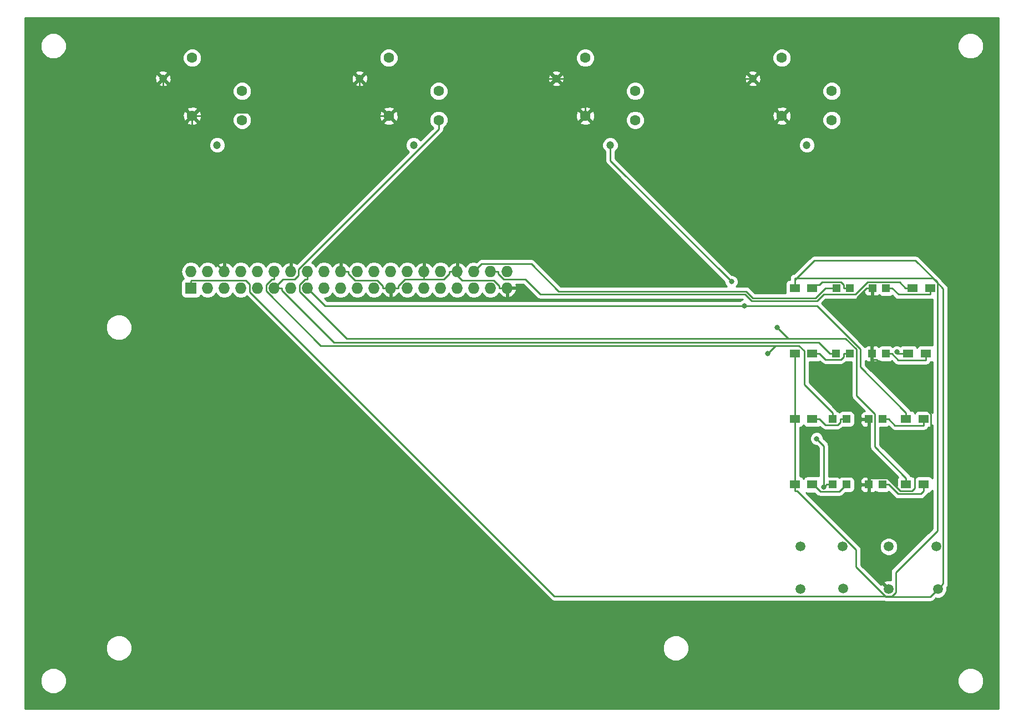
<source format=gbr>
G04 #@! TF.GenerationSoftware,KiCad,Pcbnew,(2016-12-18 revision 3ffa37c)-master*
G04 #@! TF.CreationDate,2017-03-29T20:30:54-07:00*
G04 #@! TF.ProjectId,GameshowV2,47616D6573686F7756322E6B69636164,rev?*
G04 #@! TF.FileFunction,Copper,L1,Top,Signal*
G04 #@! TF.FilePolarity,Positive*
%FSLAX46Y46*%
G04 Gerber Fmt 4.6, Leading zero omitted, Abs format (unit mm)*
G04 Created by KiCad (PCBNEW (2016-12-18 revision 3ffa37c)-master) date Wednesday, March 29, 2017 'PMt' 08:30:54 PM*
%MOMM*%
%LPD*%
G01*
G04 APERTURE LIST*
%ADD10C,0.100000*%
%ADD11C,1.600000*%
%ADD12C,1.200000*%
%ADD13C,1.500000*%
%ADD14R,1.198880X1.198880*%
%ADD15O,1.727200X1.727200*%
%ADD16R,1.727200X1.727200*%
%ADD17R,1.500000X1.300000*%
%ADD18C,0.800000*%
%ADD19C,0.250000*%
%ADD20C,0.254000*%
G04 APERTURE END LIST*
D10*
D11*
X176190000Y-29810000D03*
X183810000Y-34890000D03*
X183810000Y-39335000D03*
X176190000Y-38700000D03*
D12*
X180000000Y-43150000D03*
X171750000Y-32980000D03*
D11*
X206190000Y-29810000D03*
X213810000Y-34890000D03*
X213810000Y-39335000D03*
X206190000Y-38700000D03*
D12*
X210000000Y-43150000D03*
X201750000Y-32980000D03*
D11*
X146190000Y-29810000D03*
X153810000Y-34890000D03*
X153810000Y-39335000D03*
X146190000Y-38700000D03*
D12*
X150000000Y-43150000D03*
X141750000Y-32980000D03*
D11*
X116190000Y-29810000D03*
X123810000Y-34890000D03*
X123810000Y-39335000D03*
X116190000Y-38700000D03*
D12*
X120000000Y-43150000D03*
X111750000Y-32980000D03*
D13*
X230000000Y-111000000D03*
X222500000Y-111000000D03*
X215559000Y-110876000D03*
X209000000Y-111000000D03*
X229750000Y-104500000D03*
X222500000Y-104500000D03*
X215500000Y-104500000D03*
X209000000Y-104500000D03*
D14*
X216049020Y-95000000D03*
X213950980Y-95000000D03*
X213950980Y-85000000D03*
X216049020Y-85000000D03*
X216549020Y-75000000D03*
X214450980Y-75000000D03*
X214499980Y-65000000D03*
X216598020Y-65000000D03*
X221549020Y-95000000D03*
X219450980Y-95000000D03*
X219450980Y-85000000D03*
X221549020Y-85000000D03*
X222049020Y-75000000D03*
X219950980Y-75000000D03*
X219999980Y-65000000D03*
X222098020Y-65000000D03*
D15*
X164260000Y-62460000D03*
X164260000Y-65000000D03*
X161720000Y-62460000D03*
X161720000Y-65000000D03*
X159180000Y-62460000D03*
X159180000Y-65000000D03*
X156640000Y-62460000D03*
X156640000Y-65000000D03*
X154100000Y-62460000D03*
X154100000Y-65000000D03*
X151560000Y-62460000D03*
X151560000Y-65000000D03*
X149020000Y-62460000D03*
X149020000Y-65000000D03*
X146480000Y-62460000D03*
X146480000Y-65000000D03*
X143940000Y-62460000D03*
X143940000Y-65000000D03*
X141400000Y-62460000D03*
X141400000Y-65000000D03*
X138860000Y-62460000D03*
X138860000Y-65000000D03*
X136320000Y-62460000D03*
X136320000Y-65000000D03*
X133780000Y-62460000D03*
X133780000Y-65000000D03*
X131240000Y-62460000D03*
X131240000Y-65000000D03*
X128700000Y-62460000D03*
X128700000Y-65000000D03*
X126160000Y-62460000D03*
X126160000Y-65000000D03*
X123620000Y-62460000D03*
X123620000Y-65000000D03*
X121080000Y-62460000D03*
X121080000Y-65000000D03*
X118540000Y-62460000D03*
X118540000Y-65000000D03*
X116000000Y-62460000D03*
D16*
X116000000Y-65000000D03*
D17*
X208150000Y-95000000D03*
X210850000Y-95000000D03*
X210850000Y-85000000D03*
X208150000Y-85000000D03*
X208150000Y-75000000D03*
X210850000Y-75000000D03*
X210850000Y-65000000D03*
X208150000Y-65000000D03*
X225150000Y-85000000D03*
X227850000Y-85000000D03*
X228200000Y-75000000D03*
X225500000Y-75000000D03*
X226150000Y-65000000D03*
X228850000Y-65000000D03*
X227850000Y-95000000D03*
X225150000Y-95000000D03*
D18*
X205500000Y-71000000D03*
X223747100Y-74783100D03*
X200500000Y-67725010D03*
X198500000Y-64000000D03*
X211500000Y-88000000D03*
X212606600Y-95369900D03*
X204000000Y-75000000D03*
D19*
X223998000Y-65975300D02*
X223022700Y-65000000D01*
X228850000Y-65975300D02*
X223998000Y-65975300D01*
X228850000Y-65000000D02*
X228850000Y-65975300D01*
X222098000Y-65000000D02*
X223022700Y-65000000D01*
X207500000Y-72675300D02*
X215901100Y-72675300D01*
X139770700Y-72675300D02*
X207500000Y-72675300D01*
X207500000Y-72675300D02*
X207175300Y-72675300D01*
X207175300Y-72675300D02*
X205500000Y-71000000D01*
X225150000Y-95000000D02*
X225150000Y-94024700D01*
X133780000Y-62460000D02*
X133780000Y-63648900D01*
X220375800Y-89250500D02*
X225150000Y-94024700D01*
X220375800Y-84249900D02*
X220375800Y-89250500D01*
X217578700Y-81452800D02*
X220375800Y-84249900D01*
X217578700Y-74352900D02*
X217578700Y-81452800D01*
X215901100Y-72675300D02*
X217578700Y-74352900D01*
X132589400Y-65494000D02*
X139770700Y-72675300D01*
X132589400Y-64468000D02*
X132589400Y-65494000D01*
X133408500Y-63648900D02*
X132589400Y-64468000D01*
X133780000Y-63648900D02*
X133408500Y-63648900D01*
X200537580Y-65937600D02*
X169294400Y-65937600D01*
X201549990Y-66950010D02*
X200537580Y-65937600D01*
X217394600Y-65937600D02*
X212562400Y-65937600D01*
X212562400Y-65937600D02*
X211549990Y-66950010D01*
X211549990Y-66950010D02*
X201549990Y-66950010D01*
X226150000Y-65000000D02*
X225074700Y-65000000D01*
X161720000Y-62460000D02*
X162908900Y-62460000D01*
X162908900Y-62831600D02*
X162908900Y-62460000D01*
X163726200Y-63648900D02*
X162908900Y-62831600D01*
X167005700Y-63648900D02*
X163726200Y-63648900D01*
X169294400Y-65937600D02*
X167005700Y-63648900D01*
X219257000Y-64075200D02*
X217394600Y-65937600D01*
X224149900Y-64075200D02*
X219257000Y-64075200D01*
X225074700Y-65000000D02*
X224149900Y-64075200D01*
X228200000Y-75000000D02*
X228200000Y-75975300D01*
X222049000Y-75000000D02*
X222973700Y-75000000D01*
X223913600Y-75975300D02*
X228200000Y-75975300D01*
X222973700Y-75035400D02*
X223913600Y-75975300D01*
X222973700Y-75000000D02*
X222973700Y-75035400D01*
X227850000Y-85000000D02*
X227850000Y-85975300D01*
X221549000Y-85000000D02*
X222473700Y-85000000D01*
X223449000Y-85975300D02*
X222473700Y-85000000D01*
X227850000Y-85975300D02*
X223449000Y-85975300D01*
X223964000Y-75000000D02*
X223747100Y-74783100D01*
X225500000Y-75000000D02*
X223964000Y-75000000D01*
X136505010Y-67725010D02*
X200500000Y-67725010D01*
X133780000Y-65000000D02*
X136505010Y-67725010D01*
X225150000Y-85000000D02*
X225150000Y-84024700D01*
X225150000Y-84024700D02*
X218188300Y-77063000D01*
X218188300Y-74325600D02*
X211587710Y-67725010D01*
X211587710Y-67725010D02*
X201065685Y-67725010D01*
X201065685Y-67725010D02*
X200500000Y-67725010D01*
X218188300Y-77063000D02*
X218188300Y-74325600D01*
X180000000Y-43150000D02*
X180000000Y-45500000D01*
X180000000Y-45500000D02*
X198500000Y-64000000D01*
X223930800Y-96457100D02*
X222473700Y-95000000D01*
X227368200Y-96457100D02*
X223930800Y-96457100D01*
X227850000Y-95975300D02*
X227368200Y-96457100D01*
X227850000Y-95000000D02*
X227850000Y-95975300D01*
X221549000Y-95000000D02*
X222473700Y-95000000D01*
X215673300Y-64494300D02*
X215673300Y-65000000D01*
X215254300Y-64075300D02*
X215673300Y-64494300D01*
X212350000Y-64075300D02*
X215254300Y-64075300D01*
X211925300Y-64500000D02*
X212350000Y-64075300D01*
X210850000Y-64500000D02*
X211925300Y-64500000D01*
X216598000Y-65000000D02*
X215673300Y-65000000D01*
X116000000Y-63886400D02*
X116000000Y-65000000D01*
X116075300Y-63811100D02*
X116000000Y-63886400D01*
X124353028Y-63811100D02*
X116075300Y-63811100D01*
X171475871Y-112075001D02*
X124971399Y-65570529D01*
X124971399Y-64429471D02*
X124353028Y-63811100D01*
X223575001Y-108411407D02*
X223575001Y-111516001D01*
X124971399Y-65570529D02*
X124971399Y-64429471D01*
X223016001Y-112075001D02*
X171475871Y-112075001D01*
X226598502Y-60763500D02*
X229925001Y-64089999D01*
X223575001Y-111516001D02*
X223016001Y-112075001D01*
X229925001Y-102061407D02*
X223575001Y-108411407D01*
X229925001Y-64089999D02*
X229925001Y-102061407D01*
X211155000Y-60763500D02*
X226598502Y-60763500D01*
X208150000Y-63768500D02*
X211155000Y-60763500D01*
X208515700Y-95975300D02*
X208150000Y-95975300D01*
X217539100Y-104998700D02*
X208515700Y-95975300D01*
X217539100Y-107635600D02*
X217539100Y-104998700D01*
X222036300Y-112132800D02*
X217539100Y-107635600D01*
X228867200Y-112132800D02*
X222036300Y-112132800D01*
X230000000Y-111000000D02*
X228867200Y-112132800D01*
X208150000Y-95487600D02*
X208150000Y-95975300D01*
X208150000Y-95487600D02*
X208150000Y-95000000D01*
X230834400Y-110165600D02*
X230000000Y-111000000D01*
X230834400Y-65096200D02*
X230834400Y-110165600D01*
X229262900Y-63524700D02*
X230834400Y-65096200D01*
X208150000Y-63524700D02*
X229262900Y-63524700D01*
X208150000Y-95000000D02*
X208150000Y-85000000D01*
X208150000Y-85000000D02*
X208150000Y-75000000D01*
X208150000Y-64500000D02*
X208150000Y-63768500D01*
X208150000Y-63768500D02*
X208150000Y-63524700D01*
X215624300Y-75505700D02*
X215624300Y-75000000D01*
X215205300Y-75924700D02*
X215624300Y-75505700D01*
X212850000Y-75924700D02*
X215205300Y-75924700D01*
X211925300Y-75000000D02*
X212850000Y-75924700D01*
X210850000Y-75000000D02*
X211925300Y-75000000D01*
X216549000Y-75000000D02*
X215624300Y-75000000D01*
X215124300Y-85505700D02*
X215124300Y-85000000D01*
X214705300Y-85924700D02*
X215124300Y-85505700D01*
X212850000Y-85924700D02*
X214705300Y-85924700D01*
X211925300Y-85000000D02*
X212850000Y-85924700D01*
X210850000Y-85000000D02*
X211925300Y-85000000D01*
X216049000Y-85000000D02*
X215124300Y-85000000D01*
X214954099Y-96094901D02*
X216049000Y-95000000D01*
X212044901Y-96094901D02*
X214954099Y-96094901D01*
X210950000Y-95000000D02*
X212044901Y-96094901D01*
X210850000Y-95000000D02*
X210950000Y-95000000D01*
X176190000Y-38700000D02*
X176190000Y-37420000D01*
X176190000Y-37420000D02*
X171750000Y-32980000D01*
X171750000Y-32980000D02*
X201750000Y-32980000D01*
X146190000Y-38700000D02*
X151910000Y-32980000D01*
X151910000Y-32980000D02*
X171750000Y-32980000D01*
X120290001Y-38209999D02*
X119800000Y-38700000D01*
X119800000Y-38700000D02*
X116190000Y-38700000D01*
X146190000Y-38700000D02*
X125954998Y-38700000D01*
X125954998Y-38700000D02*
X125464997Y-38209999D01*
X125464997Y-38209999D02*
X120290001Y-38209999D01*
X141750000Y-32980000D02*
X141750000Y-34260000D01*
X141750000Y-34260000D02*
X146190000Y-38700000D01*
X111750000Y-32980000D02*
X111750000Y-34260000D01*
X111750000Y-34260000D02*
X116190000Y-38700000D01*
X121080000Y-62460000D02*
X116190000Y-57570000D01*
X116190000Y-57570000D02*
X116190000Y-38700000D01*
X138860000Y-62460000D02*
X140048900Y-62460000D01*
X146480000Y-65000000D02*
X145291100Y-65000000D01*
X145291100Y-64628400D02*
X145291100Y-65000000D01*
X144473800Y-63811100D02*
X145291100Y-64628400D01*
X141028400Y-63811100D02*
X144473800Y-63811100D01*
X140048900Y-62831600D02*
X141028400Y-63811100D01*
X140048900Y-62460000D02*
X140048900Y-62831600D01*
X146480000Y-65000000D02*
X147668900Y-65000000D01*
X151560000Y-62460000D02*
X151560000Y-63648900D01*
X219451000Y-85000000D02*
X219451000Y-94024600D01*
X148648400Y-63648900D02*
X151560000Y-63648900D01*
X147668900Y-64628400D02*
X148648400Y-63648900D01*
X147668900Y-65000000D02*
X147668900Y-64628400D01*
X155451100Y-62831600D02*
X155451100Y-62460000D01*
X154633800Y-63648900D02*
X155451100Y-62831600D01*
X151560000Y-63648900D02*
X154633800Y-63648900D01*
X156640000Y-62460000D02*
X156051500Y-62460000D01*
X156051500Y-62460000D02*
X155451100Y-62460000D01*
X163071100Y-64628400D02*
X163071100Y-65000000D01*
X162253800Y-63811100D02*
X163071100Y-64628400D01*
X157402600Y-63811100D02*
X162253800Y-63811100D01*
X156051500Y-62460000D02*
X157402600Y-63811100D01*
X163665600Y-65000000D02*
X163071100Y-65000000D01*
X163665600Y-65000000D02*
X164260000Y-65000000D01*
X220000000Y-65000000D02*
X219075300Y-65000000D01*
X222314500Y-94024600D02*
X219451000Y-94024600D01*
X224265200Y-95975300D02*
X222314500Y-94024600D01*
X226087500Y-95975300D02*
X224265200Y-95975300D01*
X226500000Y-95562800D02*
X226087500Y-95975300D01*
X226500000Y-89202000D02*
X226500000Y-95562800D01*
X228963600Y-86738400D02*
X226500000Y-89202000D01*
X228963600Y-84243800D02*
X228963600Y-86738400D01*
X220644500Y-75924700D02*
X228963600Y-84243800D01*
X219951000Y-75924700D02*
X220644500Y-75924700D01*
X219951000Y-68705500D02*
X217660400Y-66414900D01*
X219951000Y-75000000D02*
X219951000Y-68705500D01*
X217660400Y-66414900D02*
X219075300Y-65000000D01*
X219951000Y-75000000D02*
X219951000Y-75924700D01*
X219451000Y-94024600D02*
X219451000Y-95000000D01*
X219451000Y-107951000D02*
X222500000Y-111000000D01*
X219451000Y-95000000D02*
X219451000Y-107951000D01*
X160368900Y-61271100D02*
X160043599Y-61596401D01*
X200723980Y-65487589D02*
X172148189Y-65487589D01*
X167931700Y-61271100D02*
X160368900Y-61271100D01*
X201736390Y-66500000D02*
X200723980Y-65487589D01*
X214500000Y-65000000D02*
X212863590Y-65000000D01*
X211363590Y-66500000D02*
X201736390Y-66500000D01*
X172148189Y-65487589D02*
X167931700Y-61271100D01*
X212863590Y-65000000D02*
X211363590Y-66500000D01*
X160043599Y-61596401D02*
X159180000Y-62460000D01*
X211500000Y-88000000D02*
X212606600Y-89106600D01*
X212606600Y-89106600D02*
X212606600Y-95369900D01*
X213951000Y-95000000D02*
X213026300Y-95000000D01*
X212656400Y-95369900D02*
X212606600Y-95369900D01*
X213026300Y-95000000D02*
X212656400Y-95369900D01*
X205500000Y-73772000D02*
X208782900Y-73772000D01*
X135789400Y-73772000D02*
X205500000Y-73772000D01*
X205500000Y-73772000D02*
X205228000Y-73772000D01*
X205228000Y-73772000D02*
X204000000Y-75000000D01*
X209625100Y-79749400D02*
X213951000Y-84075300D01*
X209625100Y-74614200D02*
X209625100Y-79749400D01*
X208782900Y-73772000D02*
X209625100Y-74614200D01*
X127485100Y-65467700D02*
X135789400Y-73772000D01*
X127485100Y-64492300D02*
X127485100Y-65467700D01*
X128328500Y-63648900D02*
X127485100Y-64492300D01*
X128700000Y-63648900D02*
X128328500Y-63648900D01*
X128700000Y-62460000D02*
X128700000Y-63648900D01*
X213951000Y-85000000D02*
X213951000Y-84075300D01*
X153810000Y-39335000D02*
X153810000Y-40709002D01*
X132428601Y-62090401D02*
X132428601Y-63030529D01*
X153810000Y-40709002D02*
X132428601Y-62090401D01*
X132428601Y-63030529D02*
X131810529Y-63648601D01*
X131810529Y-63648601D02*
X130051399Y-63648601D01*
X130051399Y-63648601D02*
X129563599Y-64136401D01*
X129563599Y-64136401D02*
X128700000Y-65000000D01*
X128700000Y-65000000D02*
X129888900Y-65000000D01*
X214451000Y-75000000D02*
X213526300Y-75000000D01*
X211847900Y-73321600D02*
X213526300Y-75000000D01*
X137839000Y-73321600D02*
X211847900Y-73321600D01*
X129888900Y-65371500D02*
X137839000Y-73321600D01*
X129888900Y-65000000D02*
X129888900Y-65371500D01*
D20*
G36*
X239290000Y-129290000D02*
X90710000Y-129290000D01*
X90710000Y-125393109D01*
X93014657Y-125393109D01*
X93316218Y-126122943D01*
X93874120Y-126681819D01*
X94603427Y-126984654D01*
X95393109Y-126985343D01*
X96122943Y-126683782D01*
X96681819Y-126125880D01*
X96984654Y-125396573D01*
X96984657Y-125393109D01*
X233014657Y-125393109D01*
X233316218Y-126122943D01*
X233874120Y-126681819D01*
X234603427Y-126984654D01*
X235393109Y-126985343D01*
X236122943Y-126683782D01*
X236681819Y-126125880D01*
X236984654Y-125396573D01*
X236985343Y-124606891D01*
X236683782Y-123877057D01*
X236125880Y-123318181D01*
X235396573Y-123015346D01*
X234606891Y-123014657D01*
X233877057Y-123316218D01*
X233318181Y-123874120D01*
X233015346Y-124603427D01*
X233014657Y-125393109D01*
X96984657Y-125393109D01*
X96985343Y-124606891D01*
X96683782Y-123877057D01*
X96125880Y-123318181D01*
X95396573Y-123015346D01*
X94606891Y-123014657D01*
X93877057Y-123316218D01*
X93318181Y-123874120D01*
X93015346Y-124603427D01*
X93014657Y-125393109D01*
X90710000Y-125393109D01*
X90710000Y-120393109D01*
X103014657Y-120393109D01*
X103316218Y-121122943D01*
X103874120Y-121681819D01*
X104603427Y-121984654D01*
X105393109Y-121985343D01*
X106122943Y-121683782D01*
X106681819Y-121125880D01*
X106984654Y-120396573D01*
X106984657Y-120393109D01*
X188014657Y-120393109D01*
X188316218Y-121122943D01*
X188874120Y-121681819D01*
X189603427Y-121984654D01*
X190393109Y-121985343D01*
X191122943Y-121683782D01*
X191681819Y-121125880D01*
X191984654Y-120396573D01*
X191985343Y-119606891D01*
X191683782Y-118877057D01*
X191125880Y-118318181D01*
X190396573Y-118015346D01*
X189606891Y-118014657D01*
X188877057Y-118316218D01*
X188318181Y-118874120D01*
X188015346Y-119603427D01*
X188014657Y-120393109D01*
X106984657Y-120393109D01*
X106985343Y-119606891D01*
X106683782Y-118877057D01*
X106125880Y-118318181D01*
X105396573Y-118015346D01*
X104606891Y-118014657D01*
X103877057Y-118316218D01*
X103318181Y-118874120D01*
X103015346Y-119603427D01*
X103014657Y-120393109D01*
X90710000Y-120393109D01*
X90710000Y-71393109D01*
X103014657Y-71393109D01*
X103316218Y-72122943D01*
X103874120Y-72681819D01*
X104603427Y-72984654D01*
X105393109Y-72985343D01*
X106122943Y-72683782D01*
X106681819Y-72125880D01*
X106984654Y-71396573D01*
X106985343Y-70606891D01*
X106683782Y-69877057D01*
X106125880Y-69318181D01*
X105396573Y-69015346D01*
X104606891Y-69014657D01*
X103877057Y-69316218D01*
X103318181Y-69874120D01*
X103015346Y-70603427D01*
X103014657Y-71393109D01*
X90710000Y-71393109D01*
X90710000Y-64136400D01*
X114488960Y-64136400D01*
X114488960Y-65863600D01*
X114538243Y-66111365D01*
X114678591Y-66321409D01*
X114888635Y-66461757D01*
X115136400Y-66511040D01*
X116863600Y-66511040D01*
X117111365Y-66461757D01*
X117321409Y-66321409D01*
X117461757Y-66111365D01*
X117469441Y-66072733D01*
X117480330Y-66089029D01*
X117966511Y-66413885D01*
X118540000Y-66527959D01*
X119113489Y-66413885D01*
X119599670Y-66089029D01*
X119810000Y-65774248D01*
X120020330Y-66089029D01*
X120506511Y-66413885D01*
X121080000Y-66527959D01*
X121653489Y-66413885D01*
X122139670Y-66089029D01*
X122350000Y-65774248D01*
X122560330Y-66089029D01*
X123046511Y-66413885D01*
X123620000Y-66527959D01*
X124193489Y-66413885D01*
X124521070Y-66195002D01*
X170938470Y-112612402D01*
X171185032Y-112777149D01*
X171475871Y-112835001D01*
X221745726Y-112835001D01*
X222036300Y-112892800D01*
X228867200Y-112892800D01*
X229158039Y-112834948D01*
X229404601Y-112670201D01*
X229699800Y-112375002D01*
X229723298Y-112384759D01*
X230274285Y-112385240D01*
X230783515Y-112174831D01*
X231173461Y-111785564D01*
X231384759Y-111276702D01*
X231385240Y-110725715D01*
X231374306Y-110699252D01*
X231536548Y-110456439D01*
X231594400Y-110165600D01*
X231594400Y-65096200D01*
X231536548Y-64805361D01*
X231371801Y-64558799D01*
X230630870Y-63817868D01*
X230627149Y-63799160D01*
X230462402Y-63552598D01*
X227135903Y-60226099D01*
X226889341Y-60061352D01*
X226598502Y-60003500D01*
X211155000Y-60003500D01*
X210864161Y-60061352D01*
X210617599Y-60226099D01*
X208061368Y-62782330D01*
X207859161Y-62822552D01*
X207612599Y-62987299D01*
X207447852Y-63233861D01*
X207390000Y-63524700D01*
X207390000Y-63704549D01*
X207152235Y-63751843D01*
X206942191Y-63892191D01*
X206801843Y-64102235D01*
X206752560Y-64350000D01*
X206752560Y-65650000D01*
X206770462Y-65740000D01*
X202051193Y-65740000D01*
X201261381Y-64950188D01*
X201014820Y-64785441D01*
X200723980Y-64727589D01*
X199236131Y-64727589D01*
X199376919Y-64587046D01*
X199534820Y-64206777D01*
X199535179Y-63795029D01*
X199377942Y-63414485D01*
X199087046Y-63123081D01*
X198706777Y-62965180D01*
X198539836Y-62965034D01*
X180760000Y-45185198D01*
X180760000Y-44136356D01*
X181046371Y-43850485D01*
X181234785Y-43396734D01*
X181234786Y-43394579D01*
X208764786Y-43394579D01*
X208952408Y-43848657D01*
X209299515Y-44196371D01*
X209753266Y-44384785D01*
X210244579Y-44385214D01*
X210698657Y-44197592D01*
X211046371Y-43850485D01*
X211234785Y-43396734D01*
X211235214Y-42905421D01*
X211047592Y-42451343D01*
X210700485Y-42103629D01*
X210246734Y-41915215D01*
X209755421Y-41914786D01*
X209301343Y-42102408D01*
X208953629Y-42449515D01*
X208765215Y-42903266D01*
X208764786Y-43394579D01*
X181234786Y-43394579D01*
X181235214Y-42905421D01*
X181047592Y-42451343D01*
X180700485Y-42103629D01*
X180246734Y-41915215D01*
X179755421Y-41914786D01*
X179301343Y-42102408D01*
X178953629Y-42449515D01*
X178765215Y-42903266D01*
X178764786Y-43394579D01*
X178952408Y-43848657D01*
X179240000Y-44136752D01*
X179240000Y-45500000D01*
X179297852Y-45790839D01*
X179462599Y-46037401D01*
X197464965Y-64039767D01*
X197464821Y-64204971D01*
X197622058Y-64585515D01*
X197763884Y-64727589D01*
X172462991Y-64727589D01*
X168469101Y-60733699D01*
X168222539Y-60568952D01*
X167931700Y-60511100D01*
X160368900Y-60511100D01*
X160078061Y-60568952D01*
X159831499Y-60733699D01*
X159557973Y-61007225D01*
X159180000Y-60932041D01*
X158606511Y-61046115D01*
X158120330Y-61370971D01*
X157904336Y-61694228D01*
X157846821Y-61571510D01*
X157414947Y-61177312D01*
X156999026Y-61005042D01*
X156767000Y-61126183D01*
X156767000Y-62333000D01*
X156787000Y-62333000D01*
X156787000Y-62587000D01*
X156767000Y-62587000D01*
X156767000Y-62607000D01*
X156513000Y-62607000D01*
X156513000Y-62587000D01*
X156493000Y-62587000D01*
X156493000Y-62333000D01*
X156513000Y-62333000D01*
X156513000Y-61126183D01*
X156280974Y-61005042D01*
X155865053Y-61177312D01*
X155433179Y-61571510D01*
X155375664Y-61694228D01*
X155159670Y-61370971D01*
X154673489Y-61046115D01*
X154100000Y-60932041D01*
X153526511Y-61046115D01*
X153040330Y-61370971D01*
X152824336Y-61694228D01*
X152766821Y-61571510D01*
X152334947Y-61177312D01*
X151919026Y-61005042D01*
X151687000Y-61126183D01*
X151687000Y-62333000D01*
X151707000Y-62333000D01*
X151707000Y-62587000D01*
X151687000Y-62587000D01*
X151687000Y-62607000D01*
X151433000Y-62607000D01*
X151433000Y-62587000D01*
X151413000Y-62587000D01*
X151413000Y-62333000D01*
X151433000Y-62333000D01*
X151433000Y-61126183D01*
X151200974Y-61005042D01*
X150785053Y-61177312D01*
X150353179Y-61571510D01*
X150295664Y-61694228D01*
X150079670Y-61370971D01*
X149593489Y-61046115D01*
X149020000Y-60932041D01*
X148446511Y-61046115D01*
X147960330Y-61370971D01*
X147750000Y-61685752D01*
X147539670Y-61370971D01*
X147053489Y-61046115D01*
X146480000Y-60932041D01*
X145906511Y-61046115D01*
X145420330Y-61370971D01*
X145210000Y-61685752D01*
X144999670Y-61370971D01*
X144513489Y-61046115D01*
X143940000Y-60932041D01*
X143366511Y-61046115D01*
X142880330Y-61370971D01*
X142670000Y-61685752D01*
X142459670Y-61370971D01*
X141973489Y-61046115D01*
X141400000Y-60932041D01*
X140826511Y-61046115D01*
X140340330Y-61370971D01*
X140124336Y-61694228D01*
X140066821Y-61571510D01*
X139634947Y-61177312D01*
X139219026Y-61005042D01*
X138987000Y-61126183D01*
X138987000Y-62333000D01*
X139007000Y-62333000D01*
X139007000Y-62587000D01*
X138987000Y-62587000D01*
X138987000Y-62607000D01*
X138733000Y-62607000D01*
X138733000Y-62587000D01*
X138713000Y-62587000D01*
X138713000Y-62333000D01*
X138733000Y-62333000D01*
X138733000Y-61126183D01*
X138500974Y-61005042D01*
X138085053Y-61177312D01*
X137653179Y-61571510D01*
X137595664Y-61694228D01*
X137379670Y-61370971D01*
X136893489Y-61046115D01*
X136320000Y-60932041D01*
X135746511Y-61046115D01*
X135260330Y-61370971D01*
X135050000Y-61685752D01*
X134839670Y-61370971D01*
X134469903Y-61123901D01*
X154347401Y-41246403D01*
X154512148Y-40999842D01*
X154557916Y-40769750D01*
X154570000Y-40709002D01*
X154570000Y-40573646D01*
X154621800Y-40552243D01*
X155025824Y-40148923D01*
X155209017Y-39707745D01*
X175361861Y-39707745D01*
X175435995Y-39953864D01*
X175973223Y-40146965D01*
X176543454Y-40119778D01*
X176944005Y-39953864D01*
X177018139Y-39707745D01*
X176929582Y-39619187D01*
X182374752Y-39619187D01*
X182592757Y-40146800D01*
X182996077Y-40550824D01*
X183523309Y-40769750D01*
X184094187Y-40770248D01*
X184621800Y-40552243D01*
X185025824Y-40148923D01*
X185209017Y-39707745D01*
X205361861Y-39707745D01*
X205435995Y-39953864D01*
X205973223Y-40146965D01*
X206543454Y-40119778D01*
X206944005Y-39953864D01*
X207018139Y-39707745D01*
X206929582Y-39619187D01*
X212374752Y-39619187D01*
X212592757Y-40146800D01*
X212996077Y-40550824D01*
X213523309Y-40769750D01*
X214094187Y-40770248D01*
X214621800Y-40552243D01*
X215025824Y-40148923D01*
X215244750Y-39621691D01*
X215245248Y-39050813D01*
X215027243Y-38523200D01*
X214623923Y-38119176D01*
X214096691Y-37900250D01*
X213525813Y-37899752D01*
X212998200Y-38117757D01*
X212594176Y-38521077D01*
X212375250Y-39048309D01*
X212374752Y-39619187D01*
X206929582Y-39619187D01*
X206190000Y-38879605D01*
X205361861Y-39707745D01*
X185209017Y-39707745D01*
X185244750Y-39621691D01*
X185245248Y-39050813D01*
X185027243Y-38523200D01*
X184987336Y-38483223D01*
X204743035Y-38483223D01*
X204770222Y-39053454D01*
X204936136Y-39454005D01*
X205182255Y-39528139D01*
X206010395Y-38700000D01*
X206369605Y-38700000D01*
X207197745Y-39528139D01*
X207443864Y-39454005D01*
X207636965Y-38916777D01*
X207609778Y-38346546D01*
X207443864Y-37945995D01*
X207197745Y-37871861D01*
X206369605Y-38700000D01*
X206010395Y-38700000D01*
X205182255Y-37871861D01*
X204936136Y-37945995D01*
X204743035Y-38483223D01*
X184987336Y-38483223D01*
X184623923Y-38119176D01*
X184096691Y-37900250D01*
X183525813Y-37899752D01*
X182998200Y-38117757D01*
X182594176Y-38521077D01*
X182375250Y-39048309D01*
X182374752Y-39619187D01*
X176929582Y-39619187D01*
X176190000Y-38879605D01*
X175361861Y-39707745D01*
X155209017Y-39707745D01*
X155244750Y-39621691D01*
X155245248Y-39050813D01*
X155027243Y-38523200D01*
X154987336Y-38483223D01*
X174743035Y-38483223D01*
X174770222Y-39053454D01*
X174936136Y-39454005D01*
X175182255Y-39528139D01*
X176010395Y-38700000D01*
X176369605Y-38700000D01*
X177197745Y-39528139D01*
X177443864Y-39454005D01*
X177636965Y-38916777D01*
X177609778Y-38346546D01*
X177443864Y-37945995D01*
X177197745Y-37871861D01*
X176369605Y-38700000D01*
X176010395Y-38700000D01*
X175182255Y-37871861D01*
X174936136Y-37945995D01*
X174743035Y-38483223D01*
X154987336Y-38483223D01*
X154623923Y-38119176D01*
X154096691Y-37900250D01*
X153525813Y-37899752D01*
X152998200Y-38117757D01*
X152594176Y-38521077D01*
X152375250Y-39048309D01*
X152374752Y-39619187D01*
X152592757Y-40146800D01*
X152944771Y-40499429D01*
X151020248Y-42423952D01*
X150700485Y-42103629D01*
X150246734Y-41915215D01*
X149755421Y-41914786D01*
X149301343Y-42102408D01*
X148953629Y-42449515D01*
X148765215Y-42903266D01*
X148764786Y-43394579D01*
X148952408Y-43848657D01*
X149273695Y-44170505D01*
X132146663Y-61297537D01*
X132014947Y-61177312D01*
X131599026Y-61005042D01*
X131367000Y-61126183D01*
X131367000Y-62333000D01*
X131387000Y-62333000D01*
X131387000Y-62587000D01*
X131367000Y-62587000D01*
X131367000Y-62607000D01*
X131113000Y-62607000D01*
X131113000Y-62587000D01*
X131093000Y-62587000D01*
X131093000Y-62333000D01*
X131113000Y-62333000D01*
X131113000Y-61126183D01*
X130880974Y-61005042D01*
X130465053Y-61177312D01*
X130033179Y-61571510D01*
X129975664Y-61694228D01*
X129759670Y-61370971D01*
X129273489Y-61046115D01*
X128700000Y-60932041D01*
X128126511Y-61046115D01*
X127640330Y-61370971D01*
X127430000Y-61685752D01*
X127219670Y-61370971D01*
X126733489Y-61046115D01*
X126160000Y-60932041D01*
X125586511Y-61046115D01*
X125100330Y-61370971D01*
X124890000Y-61685752D01*
X124679670Y-61370971D01*
X124193489Y-61046115D01*
X123620000Y-60932041D01*
X123046511Y-61046115D01*
X122560330Y-61370971D01*
X122344336Y-61694228D01*
X122286821Y-61571510D01*
X121854947Y-61177312D01*
X121439026Y-61005042D01*
X121207000Y-61126183D01*
X121207000Y-62333000D01*
X121227000Y-62333000D01*
X121227000Y-62587000D01*
X121207000Y-62587000D01*
X121207000Y-62607000D01*
X120953000Y-62607000D01*
X120953000Y-62587000D01*
X120933000Y-62587000D01*
X120933000Y-62333000D01*
X120953000Y-62333000D01*
X120953000Y-61126183D01*
X120720974Y-61005042D01*
X120305053Y-61177312D01*
X119873179Y-61571510D01*
X119815664Y-61694228D01*
X119599670Y-61370971D01*
X119113489Y-61046115D01*
X118540000Y-60932041D01*
X117966511Y-61046115D01*
X117480330Y-61370971D01*
X117270000Y-61685752D01*
X117059670Y-61370971D01*
X116573489Y-61046115D01*
X116000000Y-60932041D01*
X115426511Y-61046115D01*
X114940330Y-61370971D01*
X114615474Y-61857152D01*
X114501400Y-62430641D01*
X114501400Y-62489359D01*
X114615474Y-63062848D01*
X114927904Y-63530432D01*
X114888635Y-63538243D01*
X114678591Y-63678591D01*
X114538243Y-63888635D01*
X114488960Y-64136400D01*
X90710000Y-64136400D01*
X90710000Y-43394579D01*
X118764786Y-43394579D01*
X118952408Y-43848657D01*
X119299515Y-44196371D01*
X119753266Y-44384785D01*
X120244579Y-44385214D01*
X120698657Y-44197592D01*
X121046371Y-43850485D01*
X121234785Y-43396734D01*
X121235214Y-42905421D01*
X121047592Y-42451343D01*
X120700485Y-42103629D01*
X120246734Y-41915215D01*
X119755421Y-41914786D01*
X119301343Y-42102408D01*
X118953629Y-42449515D01*
X118765215Y-42903266D01*
X118764786Y-43394579D01*
X90710000Y-43394579D01*
X90710000Y-39707745D01*
X115361861Y-39707745D01*
X115435995Y-39953864D01*
X115973223Y-40146965D01*
X116543454Y-40119778D01*
X116944005Y-39953864D01*
X117018139Y-39707745D01*
X116929582Y-39619187D01*
X122374752Y-39619187D01*
X122592757Y-40146800D01*
X122996077Y-40550824D01*
X123523309Y-40769750D01*
X124094187Y-40770248D01*
X124621800Y-40552243D01*
X125025824Y-40148923D01*
X125209017Y-39707745D01*
X145361861Y-39707745D01*
X145435995Y-39953864D01*
X145973223Y-40146965D01*
X146543454Y-40119778D01*
X146944005Y-39953864D01*
X147018139Y-39707745D01*
X146190000Y-38879605D01*
X145361861Y-39707745D01*
X125209017Y-39707745D01*
X125244750Y-39621691D01*
X125245248Y-39050813D01*
X125027243Y-38523200D01*
X124987336Y-38483223D01*
X144743035Y-38483223D01*
X144770222Y-39053454D01*
X144936136Y-39454005D01*
X145182255Y-39528139D01*
X146010395Y-38700000D01*
X146369605Y-38700000D01*
X147197745Y-39528139D01*
X147443864Y-39454005D01*
X147636965Y-38916777D01*
X147609778Y-38346546D01*
X147443864Y-37945995D01*
X147197745Y-37871861D01*
X146369605Y-38700000D01*
X146010395Y-38700000D01*
X145182255Y-37871861D01*
X144936136Y-37945995D01*
X144743035Y-38483223D01*
X124987336Y-38483223D01*
X124623923Y-38119176D01*
X124096691Y-37900250D01*
X123525813Y-37899752D01*
X122998200Y-38117757D01*
X122594176Y-38521077D01*
X122375250Y-39048309D01*
X122374752Y-39619187D01*
X116929582Y-39619187D01*
X116190000Y-38879605D01*
X115361861Y-39707745D01*
X90710000Y-39707745D01*
X90710000Y-38483223D01*
X114743035Y-38483223D01*
X114770222Y-39053454D01*
X114936136Y-39454005D01*
X115182255Y-39528139D01*
X116010395Y-38700000D01*
X116369605Y-38700000D01*
X117197745Y-39528139D01*
X117443864Y-39454005D01*
X117636965Y-38916777D01*
X117609778Y-38346546D01*
X117443864Y-37945995D01*
X117197745Y-37871861D01*
X116369605Y-38700000D01*
X116010395Y-38700000D01*
X115182255Y-37871861D01*
X114936136Y-37945995D01*
X114743035Y-38483223D01*
X90710000Y-38483223D01*
X90710000Y-37692255D01*
X115361861Y-37692255D01*
X116190000Y-38520395D01*
X117018139Y-37692255D01*
X145361861Y-37692255D01*
X146190000Y-38520395D01*
X147018139Y-37692255D01*
X175361861Y-37692255D01*
X176190000Y-38520395D01*
X177018139Y-37692255D01*
X205361861Y-37692255D01*
X206190000Y-38520395D01*
X207018139Y-37692255D01*
X206944005Y-37446136D01*
X206406777Y-37253035D01*
X205836546Y-37280222D01*
X205435995Y-37446136D01*
X205361861Y-37692255D01*
X177018139Y-37692255D01*
X176944005Y-37446136D01*
X176406777Y-37253035D01*
X175836546Y-37280222D01*
X175435995Y-37446136D01*
X175361861Y-37692255D01*
X147018139Y-37692255D01*
X146944005Y-37446136D01*
X146406777Y-37253035D01*
X145836546Y-37280222D01*
X145435995Y-37446136D01*
X145361861Y-37692255D01*
X117018139Y-37692255D01*
X116944005Y-37446136D01*
X116406777Y-37253035D01*
X115836546Y-37280222D01*
X115435995Y-37446136D01*
X115361861Y-37692255D01*
X90710000Y-37692255D01*
X90710000Y-35174187D01*
X122374752Y-35174187D01*
X122592757Y-35701800D01*
X122996077Y-36105824D01*
X123523309Y-36324750D01*
X124094187Y-36325248D01*
X124621800Y-36107243D01*
X125025824Y-35703923D01*
X125244750Y-35176691D01*
X125244752Y-35174187D01*
X152374752Y-35174187D01*
X152592757Y-35701800D01*
X152996077Y-36105824D01*
X153523309Y-36324750D01*
X154094187Y-36325248D01*
X154621800Y-36107243D01*
X155025824Y-35703923D01*
X155244750Y-35176691D01*
X155244752Y-35174187D01*
X182374752Y-35174187D01*
X182592757Y-35701800D01*
X182996077Y-36105824D01*
X183523309Y-36324750D01*
X184094187Y-36325248D01*
X184621800Y-36107243D01*
X185025824Y-35703923D01*
X185244750Y-35176691D01*
X185244752Y-35174187D01*
X212374752Y-35174187D01*
X212592757Y-35701800D01*
X212996077Y-36105824D01*
X213523309Y-36324750D01*
X214094187Y-36325248D01*
X214621800Y-36107243D01*
X215025824Y-35703923D01*
X215244750Y-35176691D01*
X215245248Y-34605813D01*
X215027243Y-34078200D01*
X214623923Y-33674176D01*
X214096691Y-33455250D01*
X213525813Y-33454752D01*
X212998200Y-33672757D01*
X212594176Y-34076077D01*
X212375250Y-34603309D01*
X212374752Y-35174187D01*
X185244752Y-35174187D01*
X185245248Y-34605813D01*
X185027243Y-34078200D01*
X184792189Y-33842735D01*
X201066870Y-33842735D01*
X201116383Y-34068164D01*
X201581036Y-34227807D01*
X202071413Y-34197482D01*
X202383617Y-34068164D01*
X202433130Y-33842735D01*
X201750000Y-33159605D01*
X201066870Y-33842735D01*
X184792189Y-33842735D01*
X184623923Y-33674176D01*
X184096691Y-33455250D01*
X183525813Y-33454752D01*
X182998200Y-33672757D01*
X182594176Y-34076077D01*
X182375250Y-34603309D01*
X182374752Y-35174187D01*
X155244752Y-35174187D01*
X155245248Y-34605813D01*
X155027243Y-34078200D01*
X154792189Y-33842735D01*
X171066870Y-33842735D01*
X171116383Y-34068164D01*
X171581036Y-34227807D01*
X172071413Y-34197482D01*
X172383617Y-34068164D01*
X172433130Y-33842735D01*
X171750000Y-33159605D01*
X171066870Y-33842735D01*
X154792189Y-33842735D01*
X154623923Y-33674176D01*
X154096691Y-33455250D01*
X153525813Y-33454752D01*
X152998200Y-33672757D01*
X152594176Y-34076077D01*
X152375250Y-34603309D01*
X152374752Y-35174187D01*
X125244752Y-35174187D01*
X125245248Y-34605813D01*
X125027243Y-34078200D01*
X124792189Y-33842735D01*
X141066870Y-33842735D01*
X141116383Y-34068164D01*
X141581036Y-34227807D01*
X142071413Y-34197482D01*
X142383617Y-34068164D01*
X142433130Y-33842735D01*
X141750000Y-33159605D01*
X141066870Y-33842735D01*
X124792189Y-33842735D01*
X124623923Y-33674176D01*
X124096691Y-33455250D01*
X123525813Y-33454752D01*
X122998200Y-33672757D01*
X122594176Y-34076077D01*
X122375250Y-34603309D01*
X122374752Y-35174187D01*
X90710000Y-35174187D01*
X90710000Y-33842735D01*
X111066870Y-33842735D01*
X111116383Y-34068164D01*
X111581036Y-34227807D01*
X112071413Y-34197482D01*
X112383617Y-34068164D01*
X112433130Y-33842735D01*
X111750000Y-33159605D01*
X111066870Y-33842735D01*
X90710000Y-33842735D01*
X90710000Y-32811036D01*
X110502193Y-32811036D01*
X110532518Y-33301413D01*
X110661836Y-33613617D01*
X110887265Y-33663130D01*
X111570395Y-32980000D01*
X111929605Y-32980000D01*
X112612735Y-33663130D01*
X112838164Y-33613617D01*
X112997807Y-33148964D01*
X112976910Y-32811036D01*
X140502193Y-32811036D01*
X140532518Y-33301413D01*
X140661836Y-33613617D01*
X140887265Y-33663130D01*
X141570395Y-32980000D01*
X141929605Y-32980000D01*
X142612735Y-33663130D01*
X142838164Y-33613617D01*
X142997807Y-33148964D01*
X142976910Y-32811036D01*
X170502193Y-32811036D01*
X170532518Y-33301413D01*
X170661836Y-33613617D01*
X170887265Y-33663130D01*
X171570395Y-32980000D01*
X171929605Y-32980000D01*
X172612735Y-33663130D01*
X172838164Y-33613617D01*
X172997807Y-33148964D01*
X172976910Y-32811036D01*
X200502193Y-32811036D01*
X200532518Y-33301413D01*
X200661836Y-33613617D01*
X200887265Y-33663130D01*
X201570395Y-32980000D01*
X201929605Y-32980000D01*
X202612735Y-33663130D01*
X202838164Y-33613617D01*
X202997807Y-33148964D01*
X202967482Y-32658587D01*
X202838164Y-32346383D01*
X202612735Y-32296870D01*
X201929605Y-32980000D01*
X201570395Y-32980000D01*
X200887265Y-32296870D01*
X200661836Y-32346383D01*
X200502193Y-32811036D01*
X172976910Y-32811036D01*
X172967482Y-32658587D01*
X172838164Y-32346383D01*
X172612735Y-32296870D01*
X171929605Y-32980000D01*
X171570395Y-32980000D01*
X170887265Y-32296870D01*
X170661836Y-32346383D01*
X170502193Y-32811036D01*
X142976910Y-32811036D01*
X142967482Y-32658587D01*
X142838164Y-32346383D01*
X142612735Y-32296870D01*
X141929605Y-32980000D01*
X141570395Y-32980000D01*
X140887265Y-32296870D01*
X140661836Y-32346383D01*
X140502193Y-32811036D01*
X112976910Y-32811036D01*
X112967482Y-32658587D01*
X112838164Y-32346383D01*
X112612735Y-32296870D01*
X111929605Y-32980000D01*
X111570395Y-32980000D01*
X110887265Y-32296870D01*
X110661836Y-32346383D01*
X110502193Y-32811036D01*
X90710000Y-32811036D01*
X90710000Y-32117265D01*
X111066870Y-32117265D01*
X111750000Y-32800395D01*
X112433130Y-32117265D01*
X141066870Y-32117265D01*
X141750000Y-32800395D01*
X142433130Y-32117265D01*
X171066870Y-32117265D01*
X171750000Y-32800395D01*
X172433130Y-32117265D01*
X201066870Y-32117265D01*
X201750000Y-32800395D01*
X202433130Y-32117265D01*
X202383617Y-31891836D01*
X201918964Y-31732193D01*
X201428587Y-31762518D01*
X201116383Y-31891836D01*
X201066870Y-32117265D01*
X172433130Y-32117265D01*
X172383617Y-31891836D01*
X171918964Y-31732193D01*
X171428587Y-31762518D01*
X171116383Y-31891836D01*
X171066870Y-32117265D01*
X142433130Y-32117265D01*
X142383617Y-31891836D01*
X141918964Y-31732193D01*
X141428587Y-31762518D01*
X141116383Y-31891836D01*
X141066870Y-32117265D01*
X112433130Y-32117265D01*
X112383617Y-31891836D01*
X111918964Y-31732193D01*
X111428587Y-31762518D01*
X111116383Y-31891836D01*
X111066870Y-32117265D01*
X90710000Y-32117265D01*
X90710000Y-30094187D01*
X114754752Y-30094187D01*
X114972757Y-30621800D01*
X115376077Y-31025824D01*
X115903309Y-31244750D01*
X116474187Y-31245248D01*
X117001800Y-31027243D01*
X117405824Y-30623923D01*
X117624750Y-30096691D01*
X117624752Y-30094187D01*
X144754752Y-30094187D01*
X144972757Y-30621800D01*
X145376077Y-31025824D01*
X145903309Y-31244750D01*
X146474187Y-31245248D01*
X147001800Y-31027243D01*
X147405824Y-30623923D01*
X147624750Y-30096691D01*
X147624752Y-30094187D01*
X174754752Y-30094187D01*
X174972757Y-30621800D01*
X175376077Y-31025824D01*
X175903309Y-31244750D01*
X176474187Y-31245248D01*
X177001800Y-31027243D01*
X177405824Y-30623923D01*
X177624750Y-30096691D01*
X177624752Y-30094187D01*
X204754752Y-30094187D01*
X204972757Y-30621800D01*
X205376077Y-31025824D01*
X205903309Y-31244750D01*
X206474187Y-31245248D01*
X207001800Y-31027243D01*
X207405824Y-30623923D01*
X207624750Y-30096691D01*
X207625248Y-29525813D01*
X207407243Y-28998200D01*
X207003923Y-28594176D01*
X206519701Y-28393109D01*
X233014657Y-28393109D01*
X233316218Y-29122943D01*
X233874120Y-29681819D01*
X234603427Y-29984654D01*
X235393109Y-29985343D01*
X236122943Y-29683782D01*
X236681819Y-29125880D01*
X236984654Y-28396573D01*
X236985343Y-27606891D01*
X236683782Y-26877057D01*
X236125880Y-26318181D01*
X235396573Y-26015346D01*
X234606891Y-26014657D01*
X233877057Y-26316218D01*
X233318181Y-26874120D01*
X233015346Y-27603427D01*
X233014657Y-28393109D01*
X206519701Y-28393109D01*
X206476691Y-28375250D01*
X205905813Y-28374752D01*
X205378200Y-28592757D01*
X204974176Y-28996077D01*
X204755250Y-29523309D01*
X204754752Y-30094187D01*
X177624752Y-30094187D01*
X177625248Y-29525813D01*
X177407243Y-28998200D01*
X177003923Y-28594176D01*
X176476691Y-28375250D01*
X175905813Y-28374752D01*
X175378200Y-28592757D01*
X174974176Y-28996077D01*
X174755250Y-29523309D01*
X174754752Y-30094187D01*
X147624752Y-30094187D01*
X147625248Y-29525813D01*
X147407243Y-28998200D01*
X147003923Y-28594176D01*
X146476691Y-28375250D01*
X145905813Y-28374752D01*
X145378200Y-28592757D01*
X144974176Y-28996077D01*
X144755250Y-29523309D01*
X144754752Y-30094187D01*
X117624752Y-30094187D01*
X117625248Y-29525813D01*
X117407243Y-28998200D01*
X117003923Y-28594176D01*
X116476691Y-28375250D01*
X115905813Y-28374752D01*
X115378200Y-28592757D01*
X114974176Y-28996077D01*
X114755250Y-29523309D01*
X114754752Y-30094187D01*
X90710000Y-30094187D01*
X90710000Y-28393109D01*
X93014657Y-28393109D01*
X93316218Y-29122943D01*
X93874120Y-29681819D01*
X94603427Y-29984654D01*
X95393109Y-29985343D01*
X96122943Y-29683782D01*
X96681819Y-29125880D01*
X96984654Y-28396573D01*
X96985343Y-27606891D01*
X96683782Y-26877057D01*
X96125880Y-26318181D01*
X95396573Y-26015346D01*
X94606891Y-26014657D01*
X93877057Y-26316218D01*
X93318181Y-26874120D01*
X93015346Y-27603427D01*
X93014657Y-28393109D01*
X90710000Y-28393109D01*
X90710000Y-23710000D01*
X239290000Y-23710000D01*
X239290000Y-129290000D01*
X239290000Y-129290000D01*
G37*
X239290000Y-129290000D02*
X90710000Y-129290000D01*
X90710000Y-125393109D01*
X93014657Y-125393109D01*
X93316218Y-126122943D01*
X93874120Y-126681819D01*
X94603427Y-126984654D01*
X95393109Y-126985343D01*
X96122943Y-126683782D01*
X96681819Y-126125880D01*
X96984654Y-125396573D01*
X96984657Y-125393109D01*
X233014657Y-125393109D01*
X233316218Y-126122943D01*
X233874120Y-126681819D01*
X234603427Y-126984654D01*
X235393109Y-126985343D01*
X236122943Y-126683782D01*
X236681819Y-126125880D01*
X236984654Y-125396573D01*
X236985343Y-124606891D01*
X236683782Y-123877057D01*
X236125880Y-123318181D01*
X235396573Y-123015346D01*
X234606891Y-123014657D01*
X233877057Y-123316218D01*
X233318181Y-123874120D01*
X233015346Y-124603427D01*
X233014657Y-125393109D01*
X96984657Y-125393109D01*
X96985343Y-124606891D01*
X96683782Y-123877057D01*
X96125880Y-123318181D01*
X95396573Y-123015346D01*
X94606891Y-123014657D01*
X93877057Y-123316218D01*
X93318181Y-123874120D01*
X93015346Y-124603427D01*
X93014657Y-125393109D01*
X90710000Y-125393109D01*
X90710000Y-120393109D01*
X103014657Y-120393109D01*
X103316218Y-121122943D01*
X103874120Y-121681819D01*
X104603427Y-121984654D01*
X105393109Y-121985343D01*
X106122943Y-121683782D01*
X106681819Y-121125880D01*
X106984654Y-120396573D01*
X106984657Y-120393109D01*
X188014657Y-120393109D01*
X188316218Y-121122943D01*
X188874120Y-121681819D01*
X189603427Y-121984654D01*
X190393109Y-121985343D01*
X191122943Y-121683782D01*
X191681819Y-121125880D01*
X191984654Y-120396573D01*
X191985343Y-119606891D01*
X191683782Y-118877057D01*
X191125880Y-118318181D01*
X190396573Y-118015346D01*
X189606891Y-118014657D01*
X188877057Y-118316218D01*
X188318181Y-118874120D01*
X188015346Y-119603427D01*
X188014657Y-120393109D01*
X106984657Y-120393109D01*
X106985343Y-119606891D01*
X106683782Y-118877057D01*
X106125880Y-118318181D01*
X105396573Y-118015346D01*
X104606891Y-118014657D01*
X103877057Y-118316218D01*
X103318181Y-118874120D01*
X103015346Y-119603427D01*
X103014657Y-120393109D01*
X90710000Y-120393109D01*
X90710000Y-71393109D01*
X103014657Y-71393109D01*
X103316218Y-72122943D01*
X103874120Y-72681819D01*
X104603427Y-72984654D01*
X105393109Y-72985343D01*
X106122943Y-72683782D01*
X106681819Y-72125880D01*
X106984654Y-71396573D01*
X106985343Y-70606891D01*
X106683782Y-69877057D01*
X106125880Y-69318181D01*
X105396573Y-69015346D01*
X104606891Y-69014657D01*
X103877057Y-69316218D01*
X103318181Y-69874120D01*
X103015346Y-70603427D01*
X103014657Y-71393109D01*
X90710000Y-71393109D01*
X90710000Y-64136400D01*
X114488960Y-64136400D01*
X114488960Y-65863600D01*
X114538243Y-66111365D01*
X114678591Y-66321409D01*
X114888635Y-66461757D01*
X115136400Y-66511040D01*
X116863600Y-66511040D01*
X117111365Y-66461757D01*
X117321409Y-66321409D01*
X117461757Y-66111365D01*
X117469441Y-66072733D01*
X117480330Y-66089029D01*
X117966511Y-66413885D01*
X118540000Y-66527959D01*
X119113489Y-66413885D01*
X119599670Y-66089029D01*
X119810000Y-65774248D01*
X120020330Y-66089029D01*
X120506511Y-66413885D01*
X121080000Y-66527959D01*
X121653489Y-66413885D01*
X122139670Y-66089029D01*
X122350000Y-65774248D01*
X122560330Y-66089029D01*
X123046511Y-66413885D01*
X123620000Y-66527959D01*
X124193489Y-66413885D01*
X124521070Y-66195002D01*
X170938470Y-112612402D01*
X171185032Y-112777149D01*
X171475871Y-112835001D01*
X221745726Y-112835001D01*
X222036300Y-112892800D01*
X228867200Y-112892800D01*
X229158039Y-112834948D01*
X229404601Y-112670201D01*
X229699800Y-112375002D01*
X229723298Y-112384759D01*
X230274285Y-112385240D01*
X230783515Y-112174831D01*
X231173461Y-111785564D01*
X231384759Y-111276702D01*
X231385240Y-110725715D01*
X231374306Y-110699252D01*
X231536548Y-110456439D01*
X231594400Y-110165600D01*
X231594400Y-65096200D01*
X231536548Y-64805361D01*
X231371801Y-64558799D01*
X230630870Y-63817868D01*
X230627149Y-63799160D01*
X230462402Y-63552598D01*
X227135903Y-60226099D01*
X226889341Y-60061352D01*
X226598502Y-60003500D01*
X211155000Y-60003500D01*
X210864161Y-60061352D01*
X210617599Y-60226099D01*
X208061368Y-62782330D01*
X207859161Y-62822552D01*
X207612599Y-62987299D01*
X207447852Y-63233861D01*
X207390000Y-63524700D01*
X207390000Y-63704549D01*
X207152235Y-63751843D01*
X206942191Y-63892191D01*
X206801843Y-64102235D01*
X206752560Y-64350000D01*
X206752560Y-65650000D01*
X206770462Y-65740000D01*
X202051193Y-65740000D01*
X201261381Y-64950188D01*
X201014820Y-64785441D01*
X200723980Y-64727589D01*
X199236131Y-64727589D01*
X199376919Y-64587046D01*
X199534820Y-64206777D01*
X199535179Y-63795029D01*
X199377942Y-63414485D01*
X199087046Y-63123081D01*
X198706777Y-62965180D01*
X198539836Y-62965034D01*
X180760000Y-45185198D01*
X180760000Y-44136356D01*
X181046371Y-43850485D01*
X181234785Y-43396734D01*
X181234786Y-43394579D01*
X208764786Y-43394579D01*
X208952408Y-43848657D01*
X209299515Y-44196371D01*
X209753266Y-44384785D01*
X210244579Y-44385214D01*
X210698657Y-44197592D01*
X211046371Y-43850485D01*
X211234785Y-43396734D01*
X211235214Y-42905421D01*
X211047592Y-42451343D01*
X210700485Y-42103629D01*
X210246734Y-41915215D01*
X209755421Y-41914786D01*
X209301343Y-42102408D01*
X208953629Y-42449515D01*
X208765215Y-42903266D01*
X208764786Y-43394579D01*
X181234786Y-43394579D01*
X181235214Y-42905421D01*
X181047592Y-42451343D01*
X180700485Y-42103629D01*
X180246734Y-41915215D01*
X179755421Y-41914786D01*
X179301343Y-42102408D01*
X178953629Y-42449515D01*
X178765215Y-42903266D01*
X178764786Y-43394579D01*
X178952408Y-43848657D01*
X179240000Y-44136752D01*
X179240000Y-45500000D01*
X179297852Y-45790839D01*
X179462599Y-46037401D01*
X197464965Y-64039767D01*
X197464821Y-64204971D01*
X197622058Y-64585515D01*
X197763884Y-64727589D01*
X172462991Y-64727589D01*
X168469101Y-60733699D01*
X168222539Y-60568952D01*
X167931700Y-60511100D01*
X160368900Y-60511100D01*
X160078061Y-60568952D01*
X159831499Y-60733699D01*
X159557973Y-61007225D01*
X159180000Y-60932041D01*
X158606511Y-61046115D01*
X158120330Y-61370971D01*
X157904336Y-61694228D01*
X157846821Y-61571510D01*
X157414947Y-61177312D01*
X156999026Y-61005042D01*
X156767000Y-61126183D01*
X156767000Y-62333000D01*
X156787000Y-62333000D01*
X156787000Y-62587000D01*
X156767000Y-62587000D01*
X156767000Y-62607000D01*
X156513000Y-62607000D01*
X156513000Y-62587000D01*
X156493000Y-62587000D01*
X156493000Y-62333000D01*
X156513000Y-62333000D01*
X156513000Y-61126183D01*
X156280974Y-61005042D01*
X155865053Y-61177312D01*
X155433179Y-61571510D01*
X155375664Y-61694228D01*
X155159670Y-61370971D01*
X154673489Y-61046115D01*
X154100000Y-60932041D01*
X153526511Y-61046115D01*
X153040330Y-61370971D01*
X152824336Y-61694228D01*
X152766821Y-61571510D01*
X152334947Y-61177312D01*
X151919026Y-61005042D01*
X151687000Y-61126183D01*
X151687000Y-62333000D01*
X151707000Y-62333000D01*
X151707000Y-62587000D01*
X151687000Y-62587000D01*
X151687000Y-62607000D01*
X151433000Y-62607000D01*
X151433000Y-62587000D01*
X151413000Y-62587000D01*
X151413000Y-62333000D01*
X151433000Y-62333000D01*
X151433000Y-61126183D01*
X151200974Y-61005042D01*
X150785053Y-61177312D01*
X150353179Y-61571510D01*
X150295664Y-61694228D01*
X150079670Y-61370971D01*
X149593489Y-61046115D01*
X149020000Y-60932041D01*
X148446511Y-61046115D01*
X147960330Y-61370971D01*
X147750000Y-61685752D01*
X147539670Y-61370971D01*
X147053489Y-61046115D01*
X146480000Y-60932041D01*
X145906511Y-61046115D01*
X145420330Y-61370971D01*
X145210000Y-61685752D01*
X144999670Y-61370971D01*
X144513489Y-61046115D01*
X143940000Y-60932041D01*
X143366511Y-61046115D01*
X142880330Y-61370971D01*
X142670000Y-61685752D01*
X142459670Y-61370971D01*
X141973489Y-61046115D01*
X141400000Y-60932041D01*
X140826511Y-61046115D01*
X140340330Y-61370971D01*
X140124336Y-61694228D01*
X140066821Y-61571510D01*
X139634947Y-61177312D01*
X139219026Y-61005042D01*
X138987000Y-61126183D01*
X138987000Y-62333000D01*
X139007000Y-62333000D01*
X139007000Y-62587000D01*
X138987000Y-62587000D01*
X138987000Y-62607000D01*
X138733000Y-62607000D01*
X138733000Y-62587000D01*
X138713000Y-62587000D01*
X138713000Y-62333000D01*
X138733000Y-62333000D01*
X138733000Y-61126183D01*
X138500974Y-61005042D01*
X138085053Y-61177312D01*
X137653179Y-61571510D01*
X137595664Y-61694228D01*
X137379670Y-61370971D01*
X136893489Y-61046115D01*
X136320000Y-60932041D01*
X135746511Y-61046115D01*
X135260330Y-61370971D01*
X135050000Y-61685752D01*
X134839670Y-61370971D01*
X134469903Y-61123901D01*
X154347401Y-41246403D01*
X154512148Y-40999842D01*
X154557916Y-40769750D01*
X154570000Y-40709002D01*
X154570000Y-40573646D01*
X154621800Y-40552243D01*
X155025824Y-40148923D01*
X155209017Y-39707745D01*
X175361861Y-39707745D01*
X175435995Y-39953864D01*
X175973223Y-40146965D01*
X176543454Y-40119778D01*
X176944005Y-39953864D01*
X177018139Y-39707745D01*
X176929582Y-39619187D01*
X182374752Y-39619187D01*
X182592757Y-40146800D01*
X182996077Y-40550824D01*
X183523309Y-40769750D01*
X184094187Y-40770248D01*
X184621800Y-40552243D01*
X185025824Y-40148923D01*
X185209017Y-39707745D01*
X205361861Y-39707745D01*
X205435995Y-39953864D01*
X205973223Y-40146965D01*
X206543454Y-40119778D01*
X206944005Y-39953864D01*
X207018139Y-39707745D01*
X206929582Y-39619187D01*
X212374752Y-39619187D01*
X212592757Y-40146800D01*
X212996077Y-40550824D01*
X213523309Y-40769750D01*
X214094187Y-40770248D01*
X214621800Y-40552243D01*
X215025824Y-40148923D01*
X215244750Y-39621691D01*
X215245248Y-39050813D01*
X215027243Y-38523200D01*
X214623923Y-38119176D01*
X214096691Y-37900250D01*
X213525813Y-37899752D01*
X212998200Y-38117757D01*
X212594176Y-38521077D01*
X212375250Y-39048309D01*
X212374752Y-39619187D01*
X206929582Y-39619187D01*
X206190000Y-38879605D01*
X205361861Y-39707745D01*
X185209017Y-39707745D01*
X185244750Y-39621691D01*
X185245248Y-39050813D01*
X185027243Y-38523200D01*
X184987336Y-38483223D01*
X204743035Y-38483223D01*
X204770222Y-39053454D01*
X204936136Y-39454005D01*
X205182255Y-39528139D01*
X206010395Y-38700000D01*
X206369605Y-38700000D01*
X207197745Y-39528139D01*
X207443864Y-39454005D01*
X207636965Y-38916777D01*
X207609778Y-38346546D01*
X207443864Y-37945995D01*
X207197745Y-37871861D01*
X206369605Y-38700000D01*
X206010395Y-38700000D01*
X205182255Y-37871861D01*
X204936136Y-37945995D01*
X204743035Y-38483223D01*
X184987336Y-38483223D01*
X184623923Y-38119176D01*
X184096691Y-37900250D01*
X183525813Y-37899752D01*
X182998200Y-38117757D01*
X182594176Y-38521077D01*
X182375250Y-39048309D01*
X182374752Y-39619187D01*
X176929582Y-39619187D01*
X176190000Y-38879605D01*
X175361861Y-39707745D01*
X155209017Y-39707745D01*
X155244750Y-39621691D01*
X155245248Y-39050813D01*
X155027243Y-38523200D01*
X154987336Y-38483223D01*
X174743035Y-38483223D01*
X174770222Y-39053454D01*
X174936136Y-39454005D01*
X175182255Y-39528139D01*
X176010395Y-38700000D01*
X176369605Y-38700000D01*
X177197745Y-39528139D01*
X177443864Y-39454005D01*
X177636965Y-38916777D01*
X177609778Y-38346546D01*
X177443864Y-37945995D01*
X177197745Y-37871861D01*
X176369605Y-38700000D01*
X176010395Y-38700000D01*
X175182255Y-37871861D01*
X174936136Y-37945995D01*
X174743035Y-38483223D01*
X154987336Y-38483223D01*
X154623923Y-38119176D01*
X154096691Y-37900250D01*
X153525813Y-37899752D01*
X152998200Y-38117757D01*
X152594176Y-38521077D01*
X152375250Y-39048309D01*
X152374752Y-39619187D01*
X152592757Y-40146800D01*
X152944771Y-40499429D01*
X151020248Y-42423952D01*
X150700485Y-42103629D01*
X150246734Y-41915215D01*
X149755421Y-41914786D01*
X149301343Y-42102408D01*
X148953629Y-42449515D01*
X148765215Y-42903266D01*
X148764786Y-43394579D01*
X148952408Y-43848657D01*
X149273695Y-44170505D01*
X132146663Y-61297537D01*
X132014947Y-61177312D01*
X131599026Y-61005042D01*
X131367000Y-61126183D01*
X131367000Y-62333000D01*
X131387000Y-62333000D01*
X131387000Y-62587000D01*
X131367000Y-62587000D01*
X131367000Y-62607000D01*
X131113000Y-62607000D01*
X131113000Y-62587000D01*
X131093000Y-62587000D01*
X131093000Y-62333000D01*
X131113000Y-62333000D01*
X131113000Y-61126183D01*
X130880974Y-61005042D01*
X130465053Y-61177312D01*
X130033179Y-61571510D01*
X129975664Y-61694228D01*
X129759670Y-61370971D01*
X129273489Y-61046115D01*
X128700000Y-60932041D01*
X128126511Y-61046115D01*
X127640330Y-61370971D01*
X127430000Y-61685752D01*
X127219670Y-61370971D01*
X126733489Y-61046115D01*
X126160000Y-60932041D01*
X125586511Y-61046115D01*
X125100330Y-61370971D01*
X124890000Y-61685752D01*
X124679670Y-61370971D01*
X124193489Y-61046115D01*
X123620000Y-60932041D01*
X123046511Y-61046115D01*
X122560330Y-61370971D01*
X122344336Y-61694228D01*
X122286821Y-61571510D01*
X121854947Y-61177312D01*
X121439026Y-61005042D01*
X121207000Y-61126183D01*
X121207000Y-62333000D01*
X121227000Y-62333000D01*
X121227000Y-62587000D01*
X121207000Y-62587000D01*
X121207000Y-62607000D01*
X120953000Y-62607000D01*
X120953000Y-62587000D01*
X120933000Y-62587000D01*
X120933000Y-62333000D01*
X120953000Y-62333000D01*
X120953000Y-61126183D01*
X120720974Y-61005042D01*
X120305053Y-61177312D01*
X119873179Y-61571510D01*
X119815664Y-61694228D01*
X119599670Y-61370971D01*
X119113489Y-61046115D01*
X118540000Y-60932041D01*
X117966511Y-61046115D01*
X117480330Y-61370971D01*
X117270000Y-61685752D01*
X117059670Y-61370971D01*
X116573489Y-61046115D01*
X116000000Y-60932041D01*
X115426511Y-61046115D01*
X114940330Y-61370971D01*
X114615474Y-61857152D01*
X114501400Y-62430641D01*
X114501400Y-62489359D01*
X114615474Y-63062848D01*
X114927904Y-63530432D01*
X114888635Y-63538243D01*
X114678591Y-63678591D01*
X114538243Y-63888635D01*
X114488960Y-64136400D01*
X90710000Y-64136400D01*
X90710000Y-43394579D01*
X118764786Y-43394579D01*
X118952408Y-43848657D01*
X119299515Y-44196371D01*
X119753266Y-44384785D01*
X120244579Y-44385214D01*
X120698657Y-44197592D01*
X121046371Y-43850485D01*
X121234785Y-43396734D01*
X121235214Y-42905421D01*
X121047592Y-42451343D01*
X120700485Y-42103629D01*
X120246734Y-41915215D01*
X119755421Y-41914786D01*
X119301343Y-42102408D01*
X118953629Y-42449515D01*
X118765215Y-42903266D01*
X118764786Y-43394579D01*
X90710000Y-43394579D01*
X90710000Y-39707745D01*
X115361861Y-39707745D01*
X115435995Y-39953864D01*
X115973223Y-40146965D01*
X116543454Y-40119778D01*
X116944005Y-39953864D01*
X117018139Y-39707745D01*
X116929582Y-39619187D01*
X122374752Y-39619187D01*
X122592757Y-40146800D01*
X122996077Y-40550824D01*
X123523309Y-40769750D01*
X124094187Y-40770248D01*
X124621800Y-40552243D01*
X125025824Y-40148923D01*
X125209017Y-39707745D01*
X145361861Y-39707745D01*
X145435995Y-39953864D01*
X145973223Y-40146965D01*
X146543454Y-40119778D01*
X146944005Y-39953864D01*
X147018139Y-39707745D01*
X146190000Y-38879605D01*
X145361861Y-39707745D01*
X125209017Y-39707745D01*
X125244750Y-39621691D01*
X125245248Y-39050813D01*
X125027243Y-38523200D01*
X124987336Y-38483223D01*
X144743035Y-38483223D01*
X144770222Y-39053454D01*
X144936136Y-39454005D01*
X145182255Y-39528139D01*
X146010395Y-38700000D01*
X146369605Y-38700000D01*
X147197745Y-39528139D01*
X147443864Y-39454005D01*
X147636965Y-38916777D01*
X147609778Y-38346546D01*
X147443864Y-37945995D01*
X147197745Y-37871861D01*
X146369605Y-38700000D01*
X146010395Y-38700000D01*
X145182255Y-37871861D01*
X144936136Y-37945995D01*
X144743035Y-38483223D01*
X124987336Y-38483223D01*
X124623923Y-38119176D01*
X124096691Y-37900250D01*
X123525813Y-37899752D01*
X122998200Y-38117757D01*
X122594176Y-38521077D01*
X122375250Y-39048309D01*
X122374752Y-39619187D01*
X116929582Y-39619187D01*
X116190000Y-38879605D01*
X115361861Y-39707745D01*
X90710000Y-39707745D01*
X90710000Y-38483223D01*
X114743035Y-38483223D01*
X114770222Y-39053454D01*
X114936136Y-39454005D01*
X115182255Y-39528139D01*
X116010395Y-38700000D01*
X116369605Y-38700000D01*
X117197745Y-39528139D01*
X117443864Y-39454005D01*
X117636965Y-38916777D01*
X117609778Y-38346546D01*
X117443864Y-37945995D01*
X117197745Y-37871861D01*
X116369605Y-38700000D01*
X116010395Y-38700000D01*
X115182255Y-37871861D01*
X114936136Y-37945995D01*
X114743035Y-38483223D01*
X90710000Y-38483223D01*
X90710000Y-37692255D01*
X115361861Y-37692255D01*
X116190000Y-38520395D01*
X117018139Y-37692255D01*
X145361861Y-37692255D01*
X146190000Y-38520395D01*
X147018139Y-37692255D01*
X175361861Y-37692255D01*
X176190000Y-38520395D01*
X177018139Y-37692255D01*
X205361861Y-37692255D01*
X206190000Y-38520395D01*
X207018139Y-37692255D01*
X206944005Y-37446136D01*
X206406777Y-37253035D01*
X205836546Y-37280222D01*
X205435995Y-37446136D01*
X205361861Y-37692255D01*
X177018139Y-37692255D01*
X176944005Y-37446136D01*
X176406777Y-37253035D01*
X175836546Y-37280222D01*
X175435995Y-37446136D01*
X175361861Y-37692255D01*
X147018139Y-37692255D01*
X146944005Y-37446136D01*
X146406777Y-37253035D01*
X145836546Y-37280222D01*
X145435995Y-37446136D01*
X145361861Y-37692255D01*
X117018139Y-37692255D01*
X116944005Y-37446136D01*
X116406777Y-37253035D01*
X115836546Y-37280222D01*
X115435995Y-37446136D01*
X115361861Y-37692255D01*
X90710000Y-37692255D01*
X90710000Y-35174187D01*
X122374752Y-35174187D01*
X122592757Y-35701800D01*
X122996077Y-36105824D01*
X123523309Y-36324750D01*
X124094187Y-36325248D01*
X124621800Y-36107243D01*
X125025824Y-35703923D01*
X125244750Y-35176691D01*
X125244752Y-35174187D01*
X152374752Y-35174187D01*
X152592757Y-35701800D01*
X152996077Y-36105824D01*
X153523309Y-36324750D01*
X154094187Y-36325248D01*
X154621800Y-36107243D01*
X155025824Y-35703923D01*
X155244750Y-35176691D01*
X155244752Y-35174187D01*
X182374752Y-35174187D01*
X182592757Y-35701800D01*
X182996077Y-36105824D01*
X183523309Y-36324750D01*
X184094187Y-36325248D01*
X184621800Y-36107243D01*
X185025824Y-35703923D01*
X185244750Y-35176691D01*
X185244752Y-35174187D01*
X212374752Y-35174187D01*
X212592757Y-35701800D01*
X212996077Y-36105824D01*
X213523309Y-36324750D01*
X214094187Y-36325248D01*
X214621800Y-36107243D01*
X215025824Y-35703923D01*
X215244750Y-35176691D01*
X215245248Y-34605813D01*
X215027243Y-34078200D01*
X214623923Y-33674176D01*
X214096691Y-33455250D01*
X213525813Y-33454752D01*
X212998200Y-33672757D01*
X212594176Y-34076077D01*
X212375250Y-34603309D01*
X212374752Y-35174187D01*
X185244752Y-35174187D01*
X185245248Y-34605813D01*
X185027243Y-34078200D01*
X184792189Y-33842735D01*
X201066870Y-33842735D01*
X201116383Y-34068164D01*
X201581036Y-34227807D01*
X202071413Y-34197482D01*
X202383617Y-34068164D01*
X202433130Y-33842735D01*
X201750000Y-33159605D01*
X201066870Y-33842735D01*
X184792189Y-33842735D01*
X184623923Y-33674176D01*
X184096691Y-33455250D01*
X183525813Y-33454752D01*
X182998200Y-33672757D01*
X182594176Y-34076077D01*
X182375250Y-34603309D01*
X182374752Y-35174187D01*
X155244752Y-35174187D01*
X155245248Y-34605813D01*
X155027243Y-34078200D01*
X154792189Y-33842735D01*
X171066870Y-33842735D01*
X171116383Y-34068164D01*
X171581036Y-34227807D01*
X172071413Y-34197482D01*
X172383617Y-34068164D01*
X172433130Y-33842735D01*
X171750000Y-33159605D01*
X171066870Y-33842735D01*
X154792189Y-33842735D01*
X154623923Y-33674176D01*
X154096691Y-33455250D01*
X153525813Y-33454752D01*
X152998200Y-33672757D01*
X152594176Y-34076077D01*
X152375250Y-34603309D01*
X152374752Y-35174187D01*
X125244752Y-35174187D01*
X125245248Y-34605813D01*
X125027243Y-34078200D01*
X124792189Y-33842735D01*
X141066870Y-33842735D01*
X141116383Y-34068164D01*
X141581036Y-34227807D01*
X142071413Y-34197482D01*
X142383617Y-34068164D01*
X142433130Y-33842735D01*
X141750000Y-33159605D01*
X141066870Y-33842735D01*
X124792189Y-33842735D01*
X124623923Y-33674176D01*
X124096691Y-33455250D01*
X123525813Y-33454752D01*
X122998200Y-33672757D01*
X122594176Y-34076077D01*
X122375250Y-34603309D01*
X122374752Y-35174187D01*
X90710000Y-35174187D01*
X90710000Y-33842735D01*
X111066870Y-33842735D01*
X111116383Y-34068164D01*
X111581036Y-34227807D01*
X112071413Y-34197482D01*
X112383617Y-34068164D01*
X112433130Y-33842735D01*
X111750000Y-33159605D01*
X111066870Y-33842735D01*
X90710000Y-33842735D01*
X90710000Y-32811036D01*
X110502193Y-32811036D01*
X110532518Y-33301413D01*
X110661836Y-33613617D01*
X110887265Y-33663130D01*
X111570395Y-32980000D01*
X111929605Y-32980000D01*
X112612735Y-33663130D01*
X112838164Y-33613617D01*
X112997807Y-33148964D01*
X112976910Y-32811036D01*
X140502193Y-32811036D01*
X140532518Y-33301413D01*
X140661836Y-33613617D01*
X140887265Y-33663130D01*
X141570395Y-32980000D01*
X141929605Y-32980000D01*
X142612735Y-33663130D01*
X142838164Y-33613617D01*
X142997807Y-33148964D01*
X142976910Y-32811036D01*
X170502193Y-32811036D01*
X170532518Y-33301413D01*
X170661836Y-33613617D01*
X170887265Y-33663130D01*
X171570395Y-32980000D01*
X171929605Y-32980000D01*
X172612735Y-33663130D01*
X172838164Y-33613617D01*
X172997807Y-33148964D01*
X172976910Y-32811036D01*
X200502193Y-32811036D01*
X200532518Y-33301413D01*
X200661836Y-33613617D01*
X200887265Y-33663130D01*
X201570395Y-32980000D01*
X201929605Y-32980000D01*
X202612735Y-33663130D01*
X202838164Y-33613617D01*
X202997807Y-33148964D01*
X202967482Y-32658587D01*
X202838164Y-32346383D01*
X202612735Y-32296870D01*
X201929605Y-32980000D01*
X201570395Y-32980000D01*
X200887265Y-32296870D01*
X200661836Y-32346383D01*
X200502193Y-32811036D01*
X172976910Y-32811036D01*
X172967482Y-32658587D01*
X172838164Y-32346383D01*
X172612735Y-32296870D01*
X171929605Y-32980000D01*
X171570395Y-32980000D01*
X170887265Y-32296870D01*
X170661836Y-32346383D01*
X170502193Y-32811036D01*
X142976910Y-32811036D01*
X142967482Y-32658587D01*
X142838164Y-32346383D01*
X142612735Y-32296870D01*
X141929605Y-32980000D01*
X141570395Y-32980000D01*
X140887265Y-32296870D01*
X140661836Y-32346383D01*
X140502193Y-32811036D01*
X112976910Y-32811036D01*
X112967482Y-32658587D01*
X112838164Y-32346383D01*
X112612735Y-32296870D01*
X111929605Y-32980000D01*
X111570395Y-32980000D01*
X110887265Y-32296870D01*
X110661836Y-32346383D01*
X110502193Y-32811036D01*
X90710000Y-32811036D01*
X90710000Y-32117265D01*
X111066870Y-32117265D01*
X111750000Y-32800395D01*
X112433130Y-32117265D01*
X141066870Y-32117265D01*
X141750000Y-32800395D01*
X142433130Y-32117265D01*
X171066870Y-32117265D01*
X171750000Y-32800395D01*
X172433130Y-32117265D01*
X201066870Y-32117265D01*
X201750000Y-32800395D01*
X202433130Y-32117265D01*
X202383617Y-31891836D01*
X201918964Y-31732193D01*
X201428587Y-31762518D01*
X201116383Y-31891836D01*
X201066870Y-32117265D01*
X172433130Y-32117265D01*
X172383617Y-31891836D01*
X171918964Y-31732193D01*
X171428587Y-31762518D01*
X171116383Y-31891836D01*
X171066870Y-32117265D01*
X142433130Y-32117265D01*
X142383617Y-31891836D01*
X141918964Y-31732193D01*
X141428587Y-31762518D01*
X141116383Y-31891836D01*
X141066870Y-32117265D01*
X112433130Y-32117265D01*
X112383617Y-31891836D01*
X111918964Y-31732193D01*
X111428587Y-31762518D01*
X111116383Y-31891836D01*
X111066870Y-32117265D01*
X90710000Y-32117265D01*
X90710000Y-30094187D01*
X114754752Y-30094187D01*
X114972757Y-30621800D01*
X115376077Y-31025824D01*
X115903309Y-31244750D01*
X116474187Y-31245248D01*
X117001800Y-31027243D01*
X117405824Y-30623923D01*
X117624750Y-30096691D01*
X117624752Y-30094187D01*
X144754752Y-30094187D01*
X144972757Y-30621800D01*
X145376077Y-31025824D01*
X145903309Y-31244750D01*
X146474187Y-31245248D01*
X147001800Y-31027243D01*
X147405824Y-30623923D01*
X147624750Y-30096691D01*
X147624752Y-30094187D01*
X174754752Y-30094187D01*
X174972757Y-30621800D01*
X175376077Y-31025824D01*
X175903309Y-31244750D01*
X176474187Y-31245248D01*
X177001800Y-31027243D01*
X177405824Y-30623923D01*
X177624750Y-30096691D01*
X177624752Y-30094187D01*
X204754752Y-30094187D01*
X204972757Y-30621800D01*
X205376077Y-31025824D01*
X205903309Y-31244750D01*
X206474187Y-31245248D01*
X207001800Y-31027243D01*
X207405824Y-30623923D01*
X207624750Y-30096691D01*
X207625248Y-29525813D01*
X207407243Y-28998200D01*
X207003923Y-28594176D01*
X206519701Y-28393109D01*
X233014657Y-28393109D01*
X233316218Y-29122943D01*
X233874120Y-29681819D01*
X234603427Y-29984654D01*
X235393109Y-29985343D01*
X236122943Y-29683782D01*
X236681819Y-29125880D01*
X236984654Y-28396573D01*
X236985343Y-27606891D01*
X236683782Y-26877057D01*
X236125880Y-26318181D01*
X235396573Y-26015346D01*
X234606891Y-26014657D01*
X233877057Y-26316218D01*
X233318181Y-26874120D01*
X233015346Y-27603427D01*
X233014657Y-28393109D01*
X206519701Y-28393109D01*
X206476691Y-28375250D01*
X205905813Y-28374752D01*
X205378200Y-28592757D01*
X204974176Y-28996077D01*
X204755250Y-29523309D01*
X204754752Y-30094187D01*
X177624752Y-30094187D01*
X177625248Y-29525813D01*
X177407243Y-28998200D01*
X177003923Y-28594176D01*
X176476691Y-28375250D01*
X175905813Y-28374752D01*
X175378200Y-28592757D01*
X174974176Y-28996077D01*
X174755250Y-29523309D01*
X174754752Y-30094187D01*
X147624752Y-30094187D01*
X147625248Y-29525813D01*
X147407243Y-28998200D01*
X147003923Y-28594176D01*
X146476691Y-28375250D01*
X145905813Y-28374752D01*
X145378200Y-28592757D01*
X144974176Y-28996077D01*
X144755250Y-29523309D01*
X144754752Y-30094187D01*
X117624752Y-30094187D01*
X117625248Y-29525813D01*
X117407243Y-28998200D01*
X117003923Y-28594176D01*
X116476691Y-28375250D01*
X115905813Y-28374752D01*
X115378200Y-28592757D01*
X114974176Y-28996077D01*
X114755250Y-29523309D01*
X114754752Y-30094187D01*
X90710000Y-30094187D01*
X90710000Y-28393109D01*
X93014657Y-28393109D01*
X93316218Y-29122943D01*
X93874120Y-29681819D01*
X94603427Y-29984654D01*
X95393109Y-29985343D01*
X96122943Y-29683782D01*
X96681819Y-29125880D01*
X96984654Y-28396573D01*
X96985343Y-27606891D01*
X96683782Y-26877057D01*
X96125880Y-26318181D01*
X95396573Y-26015346D01*
X94606891Y-26014657D01*
X93877057Y-26316218D01*
X93318181Y-26874120D01*
X93015346Y-27603427D01*
X93014657Y-28393109D01*
X90710000Y-28393109D01*
X90710000Y-23710000D01*
X239290000Y-23710000D01*
X239290000Y-129290000D01*
G36*
X212312599Y-76462101D02*
X212559160Y-76626848D01*
X212850000Y-76684700D01*
X215205300Y-76684700D01*
X215496139Y-76626848D01*
X215742701Y-76462101D01*
X215957922Y-76246880D01*
X216818700Y-76246880D01*
X216818700Y-81452800D01*
X216876552Y-81743639D01*
X217041299Y-81990201D01*
X218816658Y-83765560D01*
X218725231Y-83765560D01*
X218491842Y-83862233D01*
X218313213Y-84040861D01*
X218216540Y-84274250D01*
X218216540Y-84714250D01*
X218375290Y-84873000D01*
X219323980Y-84873000D01*
X219323980Y-84853000D01*
X219577980Y-84853000D01*
X219577980Y-84873000D01*
X219597980Y-84873000D01*
X219597980Y-85127000D01*
X219577980Y-85127000D01*
X219577980Y-86075690D01*
X219615800Y-86113510D01*
X219615800Y-89250500D01*
X219673652Y-89541339D01*
X219838399Y-89787901D01*
X223942490Y-93891992D01*
X223942191Y-93892191D01*
X223801843Y-94102235D01*
X223752560Y-94350000D01*
X223752560Y-95204058D01*
X223011101Y-94462599D01*
X222777146Y-94306276D01*
X222746617Y-94152795D01*
X222606269Y-93942751D01*
X222396225Y-93802403D01*
X222148460Y-93753120D01*
X220949580Y-93753120D01*
X220701815Y-93802403D01*
X220491771Y-93942751D01*
X220491317Y-93943431D01*
X220410118Y-93862233D01*
X220176729Y-93765560D01*
X219736730Y-93765560D01*
X219577980Y-93924310D01*
X219577980Y-94873000D01*
X219597980Y-94873000D01*
X219597980Y-95127000D01*
X219577980Y-95127000D01*
X219577980Y-96075690D01*
X219736730Y-96234440D01*
X220176729Y-96234440D01*
X220410118Y-96137767D01*
X220491317Y-96056569D01*
X220491771Y-96057249D01*
X220701815Y-96197597D01*
X220949580Y-96246880D01*
X222148460Y-96246880D01*
X222396225Y-96197597D01*
X222516278Y-96117380D01*
X223393399Y-96994501D01*
X223639961Y-97159248D01*
X223930800Y-97217100D01*
X227368200Y-97217100D01*
X227659039Y-97159248D01*
X227905601Y-96994501D01*
X228387401Y-96512701D01*
X228531233Y-96297440D01*
X228600000Y-96297440D01*
X228847765Y-96248157D01*
X229057809Y-96107809D01*
X229165001Y-95947386D01*
X229165001Y-101746605D01*
X223037600Y-107874006D01*
X222872853Y-108120568D01*
X222815001Y-108411407D01*
X222815001Y-109642008D01*
X222704829Y-109602799D01*
X222154552Y-109630770D01*
X221776077Y-109787540D01*
X221708088Y-110028483D01*
X222500000Y-110820395D01*
X222514143Y-110806253D01*
X222693748Y-110985858D01*
X222679605Y-111000000D01*
X222693748Y-111014143D01*
X222514143Y-111193748D01*
X222500000Y-111179605D01*
X222485858Y-111193748D01*
X222306253Y-111014143D01*
X222320395Y-111000000D01*
X221528483Y-110208088D01*
X221287540Y-110276077D01*
X221278836Y-110300534D01*
X218299100Y-107320798D01*
X218299100Y-104998700D01*
X218254461Y-104774285D01*
X221114760Y-104774285D01*
X221325169Y-105283515D01*
X221714436Y-105673461D01*
X222223298Y-105884759D01*
X222774285Y-105885240D01*
X223283515Y-105674831D01*
X223673461Y-105285564D01*
X223884759Y-104776702D01*
X223885240Y-104225715D01*
X223674831Y-103716485D01*
X223285564Y-103326539D01*
X222776702Y-103115241D01*
X222225715Y-103114760D01*
X221716485Y-103325169D01*
X221326539Y-103714436D01*
X221115241Y-104223298D01*
X221114760Y-104774285D01*
X218254461Y-104774285D01*
X218241248Y-104707861D01*
X218076501Y-104461299D01*
X209866121Y-96250919D01*
X210100000Y-96297440D01*
X211172638Y-96297440D01*
X211507500Y-96632302D01*
X211754062Y-96797049D01*
X212044901Y-96854901D01*
X214954099Y-96854901D01*
X215244938Y-96797049D01*
X215491500Y-96632302D01*
X215876922Y-96246880D01*
X216648460Y-96246880D01*
X216896225Y-96197597D01*
X217106269Y-96057249D01*
X217246617Y-95847205D01*
X217295900Y-95599440D01*
X217295900Y-95285750D01*
X218216540Y-95285750D01*
X218216540Y-95725750D01*
X218313213Y-95959139D01*
X218491842Y-96137767D01*
X218725231Y-96234440D01*
X219165230Y-96234440D01*
X219323980Y-96075690D01*
X219323980Y-95127000D01*
X218375290Y-95127000D01*
X218216540Y-95285750D01*
X217295900Y-95285750D01*
X217295900Y-94400560D01*
X217270776Y-94274250D01*
X218216540Y-94274250D01*
X218216540Y-94714250D01*
X218375290Y-94873000D01*
X219323980Y-94873000D01*
X219323980Y-93924310D01*
X219165230Y-93765560D01*
X218725231Y-93765560D01*
X218491842Y-93862233D01*
X218313213Y-94040861D01*
X218216540Y-94274250D01*
X217270776Y-94274250D01*
X217246617Y-94152795D01*
X217106269Y-93942751D01*
X216896225Y-93802403D01*
X216648460Y-93753120D01*
X215449580Y-93753120D01*
X215201815Y-93802403D01*
X215000000Y-93937253D01*
X214798185Y-93802403D01*
X214550420Y-93753120D01*
X213366600Y-93753120D01*
X213366600Y-89106600D01*
X213308748Y-88815761D01*
X213144001Y-88569199D01*
X212535035Y-87960233D01*
X212535179Y-87795029D01*
X212377942Y-87414485D01*
X212087046Y-87123081D01*
X211706777Y-86965180D01*
X211295029Y-86964821D01*
X210914485Y-87122058D01*
X210623081Y-87412954D01*
X210465180Y-87793223D01*
X210464821Y-88204971D01*
X210622058Y-88585515D01*
X210912954Y-88876919D01*
X211293223Y-89034820D01*
X211460164Y-89034966D01*
X211846600Y-89421402D01*
X211846600Y-93751611D01*
X211600000Y-93702560D01*
X210100000Y-93702560D01*
X209852235Y-93751843D01*
X209642191Y-93892191D01*
X209501843Y-94102235D01*
X209500000Y-94111500D01*
X209498157Y-94102235D01*
X209357809Y-93892191D01*
X209147765Y-93751843D01*
X208910000Y-93704549D01*
X208910000Y-86295451D01*
X209147765Y-86248157D01*
X209357809Y-86107809D01*
X209498157Y-85897765D01*
X209500000Y-85888500D01*
X209501843Y-85897765D01*
X209642191Y-86107809D01*
X209852235Y-86248157D01*
X210100000Y-86297440D01*
X211600000Y-86297440D01*
X211847765Y-86248157D01*
X211998162Y-86147664D01*
X212312599Y-86462101D01*
X212559160Y-86626848D01*
X212850000Y-86684700D01*
X214705300Y-86684700D01*
X214996139Y-86626848D01*
X215242701Y-86462101D01*
X215457922Y-86246880D01*
X216648460Y-86246880D01*
X216896225Y-86197597D01*
X217106269Y-86057249D01*
X217246617Y-85847205D01*
X217295900Y-85599440D01*
X217295900Y-85285750D01*
X218216540Y-85285750D01*
X218216540Y-85725750D01*
X218313213Y-85959139D01*
X218491842Y-86137767D01*
X218725231Y-86234440D01*
X219165230Y-86234440D01*
X219323980Y-86075690D01*
X219323980Y-85127000D01*
X218375290Y-85127000D01*
X218216540Y-85285750D01*
X217295900Y-85285750D01*
X217295900Y-84400560D01*
X217246617Y-84152795D01*
X217106269Y-83942751D01*
X216896225Y-83802403D01*
X216648460Y-83753120D01*
X215449580Y-83753120D01*
X215201815Y-83802403D01*
X215000000Y-83937253D01*
X214798185Y-83802403D01*
X214644744Y-83771882D01*
X214488401Y-83537899D01*
X210385100Y-79434598D01*
X210385100Y-76297440D01*
X211600000Y-76297440D01*
X211847765Y-76248157D01*
X211998162Y-76147664D01*
X212312599Y-76462101D01*
X212312599Y-76462101D01*
G37*
X212312599Y-76462101D02*
X212559160Y-76626848D01*
X212850000Y-76684700D01*
X215205300Y-76684700D01*
X215496139Y-76626848D01*
X215742701Y-76462101D01*
X215957922Y-76246880D01*
X216818700Y-76246880D01*
X216818700Y-81452800D01*
X216876552Y-81743639D01*
X217041299Y-81990201D01*
X218816658Y-83765560D01*
X218725231Y-83765560D01*
X218491842Y-83862233D01*
X218313213Y-84040861D01*
X218216540Y-84274250D01*
X218216540Y-84714250D01*
X218375290Y-84873000D01*
X219323980Y-84873000D01*
X219323980Y-84853000D01*
X219577980Y-84853000D01*
X219577980Y-84873000D01*
X219597980Y-84873000D01*
X219597980Y-85127000D01*
X219577980Y-85127000D01*
X219577980Y-86075690D01*
X219615800Y-86113510D01*
X219615800Y-89250500D01*
X219673652Y-89541339D01*
X219838399Y-89787901D01*
X223942490Y-93891992D01*
X223942191Y-93892191D01*
X223801843Y-94102235D01*
X223752560Y-94350000D01*
X223752560Y-95204058D01*
X223011101Y-94462599D01*
X222777146Y-94306276D01*
X222746617Y-94152795D01*
X222606269Y-93942751D01*
X222396225Y-93802403D01*
X222148460Y-93753120D01*
X220949580Y-93753120D01*
X220701815Y-93802403D01*
X220491771Y-93942751D01*
X220491317Y-93943431D01*
X220410118Y-93862233D01*
X220176729Y-93765560D01*
X219736730Y-93765560D01*
X219577980Y-93924310D01*
X219577980Y-94873000D01*
X219597980Y-94873000D01*
X219597980Y-95127000D01*
X219577980Y-95127000D01*
X219577980Y-96075690D01*
X219736730Y-96234440D01*
X220176729Y-96234440D01*
X220410118Y-96137767D01*
X220491317Y-96056569D01*
X220491771Y-96057249D01*
X220701815Y-96197597D01*
X220949580Y-96246880D01*
X222148460Y-96246880D01*
X222396225Y-96197597D01*
X222516278Y-96117380D01*
X223393399Y-96994501D01*
X223639961Y-97159248D01*
X223930800Y-97217100D01*
X227368200Y-97217100D01*
X227659039Y-97159248D01*
X227905601Y-96994501D01*
X228387401Y-96512701D01*
X228531233Y-96297440D01*
X228600000Y-96297440D01*
X228847765Y-96248157D01*
X229057809Y-96107809D01*
X229165001Y-95947386D01*
X229165001Y-101746605D01*
X223037600Y-107874006D01*
X222872853Y-108120568D01*
X222815001Y-108411407D01*
X222815001Y-109642008D01*
X222704829Y-109602799D01*
X222154552Y-109630770D01*
X221776077Y-109787540D01*
X221708088Y-110028483D01*
X222500000Y-110820395D01*
X222514143Y-110806253D01*
X222693748Y-110985858D01*
X222679605Y-111000000D01*
X222693748Y-111014143D01*
X222514143Y-111193748D01*
X222500000Y-111179605D01*
X222485858Y-111193748D01*
X222306253Y-111014143D01*
X222320395Y-111000000D01*
X221528483Y-110208088D01*
X221287540Y-110276077D01*
X221278836Y-110300534D01*
X218299100Y-107320798D01*
X218299100Y-104998700D01*
X218254461Y-104774285D01*
X221114760Y-104774285D01*
X221325169Y-105283515D01*
X221714436Y-105673461D01*
X222223298Y-105884759D01*
X222774285Y-105885240D01*
X223283515Y-105674831D01*
X223673461Y-105285564D01*
X223884759Y-104776702D01*
X223885240Y-104225715D01*
X223674831Y-103716485D01*
X223285564Y-103326539D01*
X222776702Y-103115241D01*
X222225715Y-103114760D01*
X221716485Y-103325169D01*
X221326539Y-103714436D01*
X221115241Y-104223298D01*
X221114760Y-104774285D01*
X218254461Y-104774285D01*
X218241248Y-104707861D01*
X218076501Y-104461299D01*
X209866121Y-96250919D01*
X210100000Y-96297440D01*
X211172638Y-96297440D01*
X211507500Y-96632302D01*
X211754062Y-96797049D01*
X212044901Y-96854901D01*
X214954099Y-96854901D01*
X215244938Y-96797049D01*
X215491500Y-96632302D01*
X215876922Y-96246880D01*
X216648460Y-96246880D01*
X216896225Y-96197597D01*
X217106269Y-96057249D01*
X217246617Y-95847205D01*
X217295900Y-95599440D01*
X217295900Y-95285750D01*
X218216540Y-95285750D01*
X218216540Y-95725750D01*
X218313213Y-95959139D01*
X218491842Y-96137767D01*
X218725231Y-96234440D01*
X219165230Y-96234440D01*
X219323980Y-96075690D01*
X219323980Y-95127000D01*
X218375290Y-95127000D01*
X218216540Y-95285750D01*
X217295900Y-95285750D01*
X217295900Y-94400560D01*
X217270776Y-94274250D01*
X218216540Y-94274250D01*
X218216540Y-94714250D01*
X218375290Y-94873000D01*
X219323980Y-94873000D01*
X219323980Y-93924310D01*
X219165230Y-93765560D01*
X218725231Y-93765560D01*
X218491842Y-93862233D01*
X218313213Y-94040861D01*
X218216540Y-94274250D01*
X217270776Y-94274250D01*
X217246617Y-94152795D01*
X217106269Y-93942751D01*
X216896225Y-93802403D01*
X216648460Y-93753120D01*
X215449580Y-93753120D01*
X215201815Y-93802403D01*
X215000000Y-93937253D01*
X214798185Y-93802403D01*
X214550420Y-93753120D01*
X213366600Y-93753120D01*
X213366600Y-89106600D01*
X213308748Y-88815761D01*
X213144001Y-88569199D01*
X212535035Y-87960233D01*
X212535179Y-87795029D01*
X212377942Y-87414485D01*
X212087046Y-87123081D01*
X211706777Y-86965180D01*
X211295029Y-86964821D01*
X210914485Y-87122058D01*
X210623081Y-87412954D01*
X210465180Y-87793223D01*
X210464821Y-88204971D01*
X210622058Y-88585515D01*
X210912954Y-88876919D01*
X211293223Y-89034820D01*
X211460164Y-89034966D01*
X211846600Y-89421402D01*
X211846600Y-93751611D01*
X211600000Y-93702560D01*
X210100000Y-93702560D01*
X209852235Y-93751843D01*
X209642191Y-93892191D01*
X209501843Y-94102235D01*
X209500000Y-94111500D01*
X209498157Y-94102235D01*
X209357809Y-93892191D01*
X209147765Y-93751843D01*
X208910000Y-93704549D01*
X208910000Y-86295451D01*
X209147765Y-86248157D01*
X209357809Y-86107809D01*
X209498157Y-85897765D01*
X209500000Y-85888500D01*
X209501843Y-85897765D01*
X209642191Y-86107809D01*
X209852235Y-86248157D01*
X210100000Y-86297440D01*
X211600000Y-86297440D01*
X211847765Y-86248157D01*
X211998162Y-86147664D01*
X212312599Y-86462101D01*
X212559160Y-86626848D01*
X212850000Y-86684700D01*
X214705300Y-86684700D01*
X214996139Y-86626848D01*
X215242701Y-86462101D01*
X215457922Y-86246880D01*
X216648460Y-86246880D01*
X216896225Y-86197597D01*
X217106269Y-86057249D01*
X217246617Y-85847205D01*
X217295900Y-85599440D01*
X217295900Y-85285750D01*
X218216540Y-85285750D01*
X218216540Y-85725750D01*
X218313213Y-85959139D01*
X218491842Y-86137767D01*
X218725231Y-86234440D01*
X219165230Y-86234440D01*
X219323980Y-86075690D01*
X219323980Y-85127000D01*
X218375290Y-85127000D01*
X218216540Y-85285750D01*
X217295900Y-85285750D01*
X217295900Y-84400560D01*
X217246617Y-84152795D01*
X217106269Y-83942751D01*
X216896225Y-83802403D01*
X216648460Y-83753120D01*
X215449580Y-83753120D01*
X215201815Y-83802403D01*
X215000000Y-83937253D01*
X214798185Y-83802403D01*
X214644744Y-83771882D01*
X214488401Y-83537899D01*
X210385100Y-79434598D01*
X210385100Y-76297440D01*
X211600000Y-76297440D01*
X211847765Y-76248157D01*
X211998162Y-76147664D01*
X212312599Y-76462101D01*
G36*
X229165001Y-94052614D02*
X229057809Y-93892191D01*
X228847765Y-93751843D01*
X228600000Y-93702560D01*
X227100000Y-93702560D01*
X226852235Y-93751843D01*
X226642191Y-93892191D01*
X226501843Y-94102235D01*
X226500000Y-94111500D01*
X226498157Y-94102235D01*
X226357809Y-93892191D01*
X226147765Y-93751843D01*
X225900000Y-93702560D01*
X225831234Y-93702560D01*
X225687401Y-93487299D01*
X221135800Y-88935698D01*
X221135800Y-86246880D01*
X222148460Y-86246880D01*
X222396225Y-86197597D01*
X222516278Y-86117380D01*
X222911599Y-86512701D01*
X223158161Y-86677448D01*
X223449000Y-86735300D01*
X227850000Y-86735300D01*
X228140839Y-86677448D01*
X228387401Y-86512701D01*
X228531233Y-86297440D01*
X228600000Y-86297440D01*
X228847765Y-86248157D01*
X229057809Y-86107809D01*
X229165001Y-85947386D01*
X229165001Y-94052614D01*
X229165001Y-94052614D01*
G37*
X229165001Y-94052614D02*
X229057809Y-93892191D01*
X228847765Y-93751843D01*
X228600000Y-93702560D01*
X227100000Y-93702560D01*
X226852235Y-93751843D01*
X226642191Y-93892191D01*
X226501843Y-94102235D01*
X226500000Y-94111500D01*
X226498157Y-94102235D01*
X226357809Y-93892191D01*
X226147765Y-93751843D01*
X225900000Y-93702560D01*
X225831234Y-93702560D01*
X225687401Y-93487299D01*
X221135800Y-88935698D01*
X221135800Y-86246880D01*
X222148460Y-86246880D01*
X222396225Y-86197597D01*
X222516278Y-86117380D01*
X222911599Y-86512701D01*
X223158161Y-86677448D01*
X223449000Y-86735300D01*
X227850000Y-86735300D01*
X228140839Y-86677448D01*
X228387401Y-86512701D01*
X228531233Y-86297440D01*
X228600000Y-86297440D01*
X228847765Y-86248157D01*
X229057809Y-86107809D01*
X229165001Y-85947386D01*
X229165001Y-94052614D01*
G36*
X220126980Y-64873000D02*
X220146980Y-64873000D01*
X220146980Y-65127000D01*
X220126980Y-65127000D01*
X220126980Y-66075690D01*
X220285730Y-66234440D01*
X220725729Y-66234440D01*
X220959118Y-66137767D01*
X221040317Y-66056569D01*
X221040771Y-66057249D01*
X221250815Y-66197597D01*
X221498580Y-66246880D01*
X222697460Y-66246880D01*
X222945225Y-66197597D01*
X223065278Y-66117380D01*
X223460599Y-66512701D01*
X223707161Y-66677448D01*
X223998000Y-66735300D01*
X228850000Y-66735300D01*
X229140839Y-66677448D01*
X229165001Y-66661304D01*
X229165001Y-73745326D01*
X228950000Y-73702560D01*
X227450000Y-73702560D01*
X227202235Y-73751843D01*
X226992191Y-73892191D01*
X226851843Y-74102235D01*
X226850000Y-74111500D01*
X226848157Y-74102235D01*
X226707809Y-73892191D01*
X226497765Y-73751843D01*
X226250000Y-73702560D01*
X224750000Y-73702560D01*
X224502235Y-73751843D01*
X224295358Y-73890075D01*
X223953877Y-73748280D01*
X223542129Y-73747921D01*
X223161585Y-73905158D01*
X223113334Y-73953325D01*
X223106269Y-73942751D01*
X222896225Y-73802403D01*
X222648460Y-73753120D01*
X221449580Y-73753120D01*
X221201815Y-73802403D01*
X220991771Y-73942751D01*
X220991317Y-73943431D01*
X220910118Y-73862233D01*
X220676729Y-73765560D01*
X220236730Y-73765560D01*
X220077980Y-73924310D01*
X220077980Y-74873000D01*
X220097980Y-74873000D01*
X220097980Y-75127000D01*
X220077980Y-75127000D01*
X220077980Y-76075690D01*
X220236730Y-76234440D01*
X220676729Y-76234440D01*
X220910118Y-76137767D01*
X220991317Y-76056569D01*
X220991771Y-76057249D01*
X221201815Y-76197597D01*
X221449580Y-76246880D01*
X222648460Y-76246880D01*
X222896225Y-76197597D01*
X222995057Y-76131559D01*
X223376199Y-76512701D01*
X223622760Y-76677448D01*
X223913600Y-76735300D01*
X228200000Y-76735300D01*
X228490839Y-76677448D01*
X228737401Y-76512701D01*
X228881233Y-76297440D01*
X228950000Y-76297440D01*
X229165001Y-76254674D01*
X229165001Y-84052614D01*
X229057809Y-83892191D01*
X228847765Y-83751843D01*
X228600000Y-83702560D01*
X227100000Y-83702560D01*
X226852235Y-83751843D01*
X226642191Y-83892191D01*
X226501843Y-84102235D01*
X226500000Y-84111500D01*
X226498157Y-84102235D01*
X226357809Y-83892191D01*
X226147765Y-83751843D01*
X225900000Y-83702560D01*
X225831233Y-83702560D01*
X225687401Y-83487299D01*
X218948300Y-76748198D01*
X218948300Y-76094225D01*
X218991842Y-76137767D01*
X219225231Y-76234440D01*
X219665230Y-76234440D01*
X219823980Y-76075690D01*
X219823980Y-75127000D01*
X219803980Y-75127000D01*
X219803980Y-74873000D01*
X219823980Y-74873000D01*
X219823980Y-73924310D01*
X219665230Y-73765560D01*
X219225231Y-73765560D01*
X218991842Y-73862233D01*
X218861955Y-73992119D01*
X218725701Y-73788199D01*
X212256152Y-67318650D01*
X212877202Y-66697600D01*
X217394600Y-66697600D01*
X217685439Y-66639748D01*
X217932001Y-66475001D01*
X218765540Y-65641462D01*
X218765540Y-65725750D01*
X218862213Y-65959139D01*
X219040842Y-66137767D01*
X219274231Y-66234440D01*
X219714230Y-66234440D01*
X219872980Y-66075690D01*
X219872980Y-65127000D01*
X219852980Y-65127000D01*
X219852980Y-64873000D01*
X219872980Y-64873000D01*
X219872980Y-64853000D01*
X220126980Y-64853000D01*
X220126980Y-64873000D01*
X220126980Y-64873000D01*
G37*
X220126980Y-64873000D02*
X220146980Y-64873000D01*
X220146980Y-65127000D01*
X220126980Y-65127000D01*
X220126980Y-66075690D01*
X220285730Y-66234440D01*
X220725729Y-66234440D01*
X220959118Y-66137767D01*
X221040317Y-66056569D01*
X221040771Y-66057249D01*
X221250815Y-66197597D01*
X221498580Y-66246880D01*
X222697460Y-66246880D01*
X222945225Y-66197597D01*
X223065278Y-66117380D01*
X223460599Y-66512701D01*
X223707161Y-66677448D01*
X223998000Y-66735300D01*
X228850000Y-66735300D01*
X229140839Y-66677448D01*
X229165001Y-66661304D01*
X229165001Y-73745326D01*
X228950000Y-73702560D01*
X227450000Y-73702560D01*
X227202235Y-73751843D01*
X226992191Y-73892191D01*
X226851843Y-74102235D01*
X226850000Y-74111500D01*
X226848157Y-74102235D01*
X226707809Y-73892191D01*
X226497765Y-73751843D01*
X226250000Y-73702560D01*
X224750000Y-73702560D01*
X224502235Y-73751843D01*
X224295358Y-73890075D01*
X223953877Y-73748280D01*
X223542129Y-73747921D01*
X223161585Y-73905158D01*
X223113334Y-73953325D01*
X223106269Y-73942751D01*
X222896225Y-73802403D01*
X222648460Y-73753120D01*
X221449580Y-73753120D01*
X221201815Y-73802403D01*
X220991771Y-73942751D01*
X220991317Y-73943431D01*
X220910118Y-73862233D01*
X220676729Y-73765560D01*
X220236730Y-73765560D01*
X220077980Y-73924310D01*
X220077980Y-74873000D01*
X220097980Y-74873000D01*
X220097980Y-75127000D01*
X220077980Y-75127000D01*
X220077980Y-76075690D01*
X220236730Y-76234440D01*
X220676729Y-76234440D01*
X220910118Y-76137767D01*
X220991317Y-76056569D01*
X220991771Y-76057249D01*
X221201815Y-76197597D01*
X221449580Y-76246880D01*
X222648460Y-76246880D01*
X222896225Y-76197597D01*
X222995057Y-76131559D01*
X223376199Y-76512701D01*
X223622760Y-76677448D01*
X223913600Y-76735300D01*
X228200000Y-76735300D01*
X228490839Y-76677448D01*
X228737401Y-76512701D01*
X228881233Y-76297440D01*
X228950000Y-76297440D01*
X229165001Y-76254674D01*
X229165001Y-84052614D01*
X229057809Y-83892191D01*
X228847765Y-83751843D01*
X228600000Y-83702560D01*
X227100000Y-83702560D01*
X226852235Y-83751843D01*
X226642191Y-83892191D01*
X226501843Y-84102235D01*
X226500000Y-84111500D01*
X226498157Y-84102235D01*
X226357809Y-83892191D01*
X226147765Y-83751843D01*
X225900000Y-83702560D01*
X225831233Y-83702560D01*
X225687401Y-83487299D01*
X218948300Y-76748198D01*
X218948300Y-76094225D01*
X218991842Y-76137767D01*
X219225231Y-76234440D01*
X219665230Y-76234440D01*
X219823980Y-76075690D01*
X219823980Y-75127000D01*
X219803980Y-75127000D01*
X219803980Y-74873000D01*
X219823980Y-74873000D01*
X219823980Y-73924310D01*
X219665230Y-73765560D01*
X219225231Y-73765560D01*
X218991842Y-73862233D01*
X218861955Y-73992119D01*
X218725701Y-73788199D01*
X212256152Y-67318650D01*
X212877202Y-66697600D01*
X217394600Y-66697600D01*
X217685439Y-66639748D01*
X217932001Y-66475001D01*
X218765540Y-65641462D01*
X218765540Y-65725750D01*
X218862213Y-65959139D01*
X219040842Y-66137767D01*
X219274231Y-66234440D01*
X219714230Y-66234440D01*
X219872980Y-66075690D01*
X219872980Y-65127000D01*
X219852980Y-65127000D01*
X219852980Y-64873000D01*
X219872980Y-64873000D01*
X219872980Y-64853000D01*
X220126980Y-64853000D01*
X220126980Y-64873000D01*
G36*
X168756999Y-66475001D02*
X169003561Y-66639748D01*
X169294400Y-66697600D01*
X200222778Y-66697600D01*
X200238405Y-66713227D01*
X199914485Y-66847068D01*
X199796337Y-66965010D01*
X136819812Y-66965010D01*
X136372348Y-66517546D01*
X136893489Y-66413885D01*
X137379670Y-66089029D01*
X137590000Y-65774248D01*
X137800330Y-66089029D01*
X138286511Y-66413885D01*
X138860000Y-66527959D01*
X139433489Y-66413885D01*
X139919670Y-66089029D01*
X140130000Y-65774248D01*
X140340330Y-66089029D01*
X140826511Y-66413885D01*
X141400000Y-66527959D01*
X141973489Y-66413885D01*
X142459670Y-66089029D01*
X142670000Y-65774248D01*
X142880330Y-66089029D01*
X143366511Y-66413885D01*
X143940000Y-66527959D01*
X144513489Y-66413885D01*
X144999670Y-66089029D01*
X145215664Y-65765772D01*
X145273179Y-65888490D01*
X145705053Y-66282688D01*
X146120974Y-66454958D01*
X146353000Y-66333817D01*
X146353000Y-65127000D01*
X146333000Y-65127000D01*
X146333000Y-64873000D01*
X146353000Y-64873000D01*
X146353000Y-64853000D01*
X146607000Y-64853000D01*
X146607000Y-64873000D01*
X146627000Y-64873000D01*
X146627000Y-65127000D01*
X146607000Y-65127000D01*
X146607000Y-66333817D01*
X146839026Y-66454958D01*
X147254947Y-66282688D01*
X147686821Y-65888490D01*
X147744336Y-65765772D01*
X147960330Y-66089029D01*
X148446511Y-66413885D01*
X149020000Y-66527959D01*
X149593489Y-66413885D01*
X150079670Y-66089029D01*
X150290000Y-65774248D01*
X150500330Y-66089029D01*
X150986511Y-66413885D01*
X151560000Y-66527959D01*
X152133489Y-66413885D01*
X152619670Y-66089029D01*
X152830000Y-65774248D01*
X153040330Y-66089029D01*
X153526511Y-66413885D01*
X154100000Y-66527959D01*
X154673489Y-66413885D01*
X155159670Y-66089029D01*
X155370000Y-65774248D01*
X155580330Y-66089029D01*
X156066511Y-66413885D01*
X156640000Y-66527959D01*
X157213489Y-66413885D01*
X157699670Y-66089029D01*
X157910000Y-65774248D01*
X158120330Y-66089029D01*
X158606511Y-66413885D01*
X159180000Y-66527959D01*
X159753489Y-66413885D01*
X160239670Y-66089029D01*
X160450000Y-65774248D01*
X160660330Y-66089029D01*
X161146511Y-66413885D01*
X161720000Y-66527959D01*
X162293489Y-66413885D01*
X162779670Y-66089029D01*
X162995664Y-65765772D01*
X163053179Y-65888490D01*
X163485053Y-66282688D01*
X163900974Y-66454958D01*
X164133000Y-66333817D01*
X164133000Y-65127000D01*
X164387000Y-65127000D01*
X164387000Y-66333817D01*
X164619026Y-66454958D01*
X165034947Y-66282688D01*
X165466821Y-65888490D01*
X165714968Y-65359027D01*
X165594469Y-65127000D01*
X164387000Y-65127000D01*
X164133000Y-65127000D01*
X164113000Y-65127000D01*
X164113000Y-64873000D01*
X164133000Y-64873000D01*
X164133000Y-64853000D01*
X164387000Y-64853000D01*
X164387000Y-64873000D01*
X165594469Y-64873000D01*
X165714968Y-64640973D01*
X165606201Y-64408900D01*
X166690898Y-64408900D01*
X168756999Y-66475001D01*
X168756999Y-66475001D01*
G37*
X168756999Y-66475001D02*
X169003561Y-66639748D01*
X169294400Y-66697600D01*
X200222778Y-66697600D01*
X200238405Y-66713227D01*
X199914485Y-66847068D01*
X199796337Y-66965010D01*
X136819812Y-66965010D01*
X136372348Y-66517546D01*
X136893489Y-66413885D01*
X137379670Y-66089029D01*
X137590000Y-65774248D01*
X137800330Y-66089029D01*
X138286511Y-66413885D01*
X138860000Y-66527959D01*
X139433489Y-66413885D01*
X139919670Y-66089029D01*
X140130000Y-65774248D01*
X140340330Y-66089029D01*
X140826511Y-66413885D01*
X141400000Y-66527959D01*
X141973489Y-66413885D01*
X142459670Y-66089029D01*
X142670000Y-65774248D01*
X142880330Y-66089029D01*
X143366511Y-66413885D01*
X143940000Y-66527959D01*
X144513489Y-66413885D01*
X144999670Y-66089029D01*
X145215664Y-65765772D01*
X145273179Y-65888490D01*
X145705053Y-66282688D01*
X146120974Y-66454958D01*
X146353000Y-66333817D01*
X146353000Y-65127000D01*
X146333000Y-65127000D01*
X146333000Y-64873000D01*
X146353000Y-64873000D01*
X146353000Y-64853000D01*
X146607000Y-64853000D01*
X146607000Y-64873000D01*
X146627000Y-64873000D01*
X146627000Y-65127000D01*
X146607000Y-65127000D01*
X146607000Y-66333817D01*
X146839026Y-66454958D01*
X147254947Y-66282688D01*
X147686821Y-65888490D01*
X147744336Y-65765772D01*
X147960330Y-66089029D01*
X148446511Y-66413885D01*
X149020000Y-66527959D01*
X149593489Y-66413885D01*
X150079670Y-66089029D01*
X150290000Y-65774248D01*
X150500330Y-66089029D01*
X150986511Y-66413885D01*
X151560000Y-66527959D01*
X152133489Y-66413885D01*
X152619670Y-66089029D01*
X152830000Y-65774248D01*
X153040330Y-66089029D01*
X153526511Y-66413885D01*
X154100000Y-66527959D01*
X154673489Y-66413885D01*
X155159670Y-66089029D01*
X155370000Y-65774248D01*
X155580330Y-66089029D01*
X156066511Y-66413885D01*
X156640000Y-66527959D01*
X157213489Y-66413885D01*
X157699670Y-66089029D01*
X157910000Y-65774248D01*
X158120330Y-66089029D01*
X158606511Y-66413885D01*
X159180000Y-66527959D01*
X159753489Y-66413885D01*
X160239670Y-66089029D01*
X160450000Y-65774248D01*
X160660330Y-66089029D01*
X161146511Y-66413885D01*
X161720000Y-66527959D01*
X162293489Y-66413885D01*
X162779670Y-66089029D01*
X162995664Y-65765772D01*
X163053179Y-65888490D01*
X163485053Y-66282688D01*
X163900974Y-66454958D01*
X164133000Y-66333817D01*
X164133000Y-65127000D01*
X164387000Y-65127000D01*
X164387000Y-66333817D01*
X164619026Y-66454958D01*
X165034947Y-66282688D01*
X165466821Y-65888490D01*
X165714968Y-65359027D01*
X165594469Y-65127000D01*
X164387000Y-65127000D01*
X164133000Y-65127000D01*
X164113000Y-65127000D01*
X164113000Y-64873000D01*
X164133000Y-64873000D01*
X164133000Y-64853000D01*
X164387000Y-64853000D01*
X164387000Y-64873000D01*
X165594469Y-64873000D01*
X165714968Y-64640973D01*
X165606201Y-64408900D01*
X166690898Y-64408900D01*
X168756999Y-66475001D01*
G36*
X126287000Y-64873000D02*
X126307000Y-64873000D01*
X126307000Y-65127000D01*
X126287000Y-65127000D01*
X126287000Y-65147000D01*
X126033000Y-65147000D01*
X126033000Y-65127000D01*
X126013000Y-65127000D01*
X126013000Y-64873000D01*
X126033000Y-64873000D01*
X126033000Y-64853000D01*
X126287000Y-64853000D01*
X126287000Y-64873000D01*
X126287000Y-64873000D01*
G37*
X126287000Y-64873000D02*
X126307000Y-64873000D01*
X126307000Y-65127000D01*
X126287000Y-65127000D01*
X126287000Y-65147000D01*
X126033000Y-65147000D01*
X126033000Y-65127000D01*
X126013000Y-65127000D01*
X126013000Y-64873000D01*
X126033000Y-64873000D01*
X126033000Y-64853000D01*
X126287000Y-64853000D01*
X126287000Y-64873000D01*
M02*

</source>
